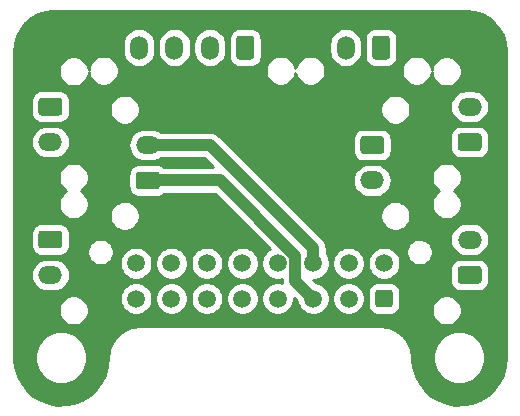
<source format=gbr>
%TF.GenerationSoftware,KiCad,Pcbnew,(5.1.10)-1*%
%TF.CreationDate,2021-09-03T22:45:51+03:00*%
%TF.ProjectId,toolhead_pcb,746f6f6c-6865-4616-945f-7063622e6b69,rev?*%
%TF.SameCoordinates,Original*%
%TF.FileFunction,Copper,L2,Bot*%
%TF.FilePolarity,Positive*%
%FSLAX46Y46*%
G04 Gerber Fmt 4.6, Leading zero omitted, Abs format (unit mm)*
G04 Created by KiCad (PCBNEW (5.1.10)-1) date 2021-09-03 22:45:51*
%MOMM*%
%LPD*%
G01*
G04 APERTURE LIST*
%TA.AperFunction,ComponentPad*%
%ADD10O,2.020000X1.500000*%
%TD*%
%TA.AperFunction,ComponentPad*%
%ADD11O,1.500000X2.020000*%
%TD*%
%TA.AperFunction,ComponentPad*%
%ADD12C,1.500000*%
%TD*%
%TA.AperFunction,Conductor*%
%ADD13C,1.000000*%
%TD*%
%TA.AperFunction,NonConductor*%
%ADD14C,0.254000*%
%TD*%
%TA.AperFunction,NonConductor*%
%ADD15C,0.100000*%
%TD*%
G04 APERTURE END LIST*
D10*
%TO.P,J6,2*%
%TO.N,COOLING_FAN+*%
X134000000Y-107500000D03*
%TO.P,J6,1*%
%TO.N,COOLING_FAN-*%
%TA.AperFunction,ComponentPad*%
G36*
G01*
X133240000Y-103750000D02*
X134760000Y-103750000D01*
G75*
G02*
X135010000Y-104000000I0J-250000D01*
G01*
X135010000Y-105000000D01*
G75*
G02*
X134760000Y-105250000I-250000J0D01*
G01*
X133240000Y-105250000D01*
G75*
G02*
X132990000Y-105000000I0J250000D01*
G01*
X132990000Y-104000000D01*
G75*
G02*
X133240000Y-103750000I250000J0D01*
G01*
G37*
%TD.AperFunction*%
%TD*%
%TO.P,J3,1*%
%TO.N,COOLING_FAN-*%
%TA.AperFunction,ComponentPad*%
G36*
G01*
X115760000Y-108250000D02*
X114240000Y-108250000D01*
G75*
G02*
X113990000Y-108000000I0J250000D01*
G01*
X113990000Y-107000000D01*
G75*
G02*
X114240000Y-106750000I250000J0D01*
G01*
X115760000Y-106750000D01*
G75*
G02*
X116010000Y-107000000I0J-250000D01*
G01*
X116010000Y-108000000D01*
G75*
G02*
X115760000Y-108250000I-250000J0D01*
G01*
G37*
%TD.AperFunction*%
%TO.P,J3,2*%
%TO.N,COOLING_FAN+*%
X115000000Y-104500000D03*
%TD*%
D11*
%TO.P,J4,2*%
%TO.N,HOTEND_FAN+*%
X131750000Y-96250000D03*
%TO.P,J4,1*%
%TO.N,HOTEND_FAN-*%
%TA.AperFunction,ComponentPad*%
G36*
G01*
X135500000Y-95490000D02*
X135500000Y-97010000D01*
G75*
G02*
X135250000Y-97260000I-250000J0D01*
G01*
X134250000Y-97260000D01*
G75*
G02*
X134000000Y-97010000I0J250000D01*
G01*
X134000000Y-95490000D01*
G75*
G02*
X134250000Y-95240000I250000J0D01*
G01*
X135250000Y-95240000D01*
G75*
G02*
X135500000Y-95490000I0J-250000D01*
G01*
G37*
%TD.AperFunction*%
%TD*%
D10*
%TO.P,J7,2*%
%TO.N,HOTEND_THERMISTOR-*%
X106750000Y-104250000D03*
%TO.P,J7,1*%
%TO.N,HOTEND_THERMISTOR+*%
%TA.AperFunction,ComponentPad*%
G36*
G01*
X105990000Y-100500000D02*
X107510000Y-100500000D01*
G75*
G02*
X107760000Y-100750000I0J-250000D01*
G01*
X107760000Y-101750000D01*
G75*
G02*
X107510000Y-102000000I-250000J0D01*
G01*
X105990000Y-102000000D01*
G75*
G02*
X105740000Y-101750000I0J250000D01*
G01*
X105740000Y-100750000D01*
G75*
G02*
X105990000Y-100500000I250000J0D01*
G01*
G37*
%TD.AperFunction*%
%TD*%
%TO.P,J8,2*%
%TO.N,HOTEND_HEATER-*%
X106750000Y-115500000D03*
%TO.P,J8,1*%
%TO.N,HOTEND_HEATER+*%
%TA.AperFunction,ComponentPad*%
G36*
G01*
X105990000Y-111750000D02*
X107510000Y-111750000D01*
G75*
G02*
X107760000Y-112000000I0J-250000D01*
G01*
X107760000Y-113000000D01*
G75*
G02*
X107510000Y-113250000I-250000J0D01*
G01*
X105990000Y-113250000D01*
G75*
G02*
X105740000Y-113000000I0J250000D01*
G01*
X105740000Y-112000000D01*
G75*
G02*
X105990000Y-111750000I250000J0D01*
G01*
G37*
%TD.AperFunction*%
%TD*%
D11*
%TO.P,J9,4*%
%TO.N,STEPPER_B2*%
X114250000Y-96250000D03*
%TO.P,J9,3*%
%TO.N,STEPPER_B1*%
X117250000Y-96250000D03*
%TO.P,J9,2*%
%TO.N,STEPPER_A1*%
X120250000Y-96250000D03*
%TO.P,J9,1*%
%TO.N,STEPPER_A2*%
%TA.AperFunction,ComponentPad*%
G36*
G01*
X124000000Y-95490000D02*
X124000000Y-97010000D01*
G75*
G02*
X123750000Y-97260000I-250000J0D01*
G01*
X122750000Y-97260000D01*
G75*
G02*
X122500000Y-97010000I0J250000D01*
G01*
X122500000Y-95490000D01*
G75*
G02*
X122750000Y-95240000I250000J0D01*
G01*
X123750000Y-95240000D01*
G75*
G02*
X124000000Y-95490000I0J-250000D01*
G01*
G37*
%TD.AperFunction*%
%TD*%
D10*
%TO.P,J1,2*%
%TO.N,MAGPROBE+*%
X142250000Y-112500000D03*
%TO.P,J1,1*%
%TO.N,MAGPROBE-*%
%TA.AperFunction,ComponentPad*%
G36*
G01*
X143010000Y-116250000D02*
X141490000Y-116250000D01*
G75*
G02*
X141240000Y-116000000I0J250000D01*
G01*
X141240000Y-115000000D01*
G75*
G02*
X141490000Y-114750000I250000J0D01*
G01*
X143010000Y-114750000D01*
G75*
G02*
X143260000Y-115000000I0J-250000D01*
G01*
X143260000Y-116000000D01*
G75*
G02*
X143010000Y-116250000I-250000J0D01*
G01*
G37*
%TD.AperFunction*%
%TD*%
%TO.P,J2,2*%
%TO.N,X_ENDSTOP+*%
X142250000Y-101250000D03*
%TO.P,J2,1*%
%TO.N,X_ENDSTOP-*%
%TA.AperFunction,ComponentPad*%
G36*
G01*
X143010000Y-105000000D02*
X141490000Y-105000000D01*
G75*
G02*
X141240000Y-104750000I0J250000D01*
G01*
X141240000Y-103750000D01*
G75*
G02*
X141490000Y-103500000I250000J0D01*
G01*
X143010000Y-103500000D01*
G75*
G02*
X143260000Y-103750000I0J-250000D01*
G01*
X143260000Y-104750000D01*
G75*
G02*
X143010000Y-105000000I-250000J0D01*
G01*
G37*
%TD.AperFunction*%
%TD*%
D12*
%TO.P,J5,16*%
%TO.N,HOTEND_HEATER+*%
X114000000Y-114500000D03*
%TO.P,J5,15*%
%TO.N,HOTEND_THERMISTOR+*%
X117000000Y-114500000D03*
%TO.P,J5,14*%
%TO.N,STEPPER_B1*%
X120000000Y-114500000D03*
%TO.P,J5,13*%
%TO.N,STEPPER_A2*%
X123000000Y-114500000D03*
%TO.P,J5,12*%
%TO.N,HOTEND_FAN+*%
X126000000Y-114500000D03*
%TO.P,J5,11*%
%TO.N,COOLING_FAN+*%
X129000000Y-114500000D03*
%TO.P,J5,10*%
%TO.N,X_ENDSTOP+*%
X132000000Y-114500000D03*
%TO.P,J5,9*%
%TO.N,MAGPROBE+*%
X135000000Y-114500000D03*
%TO.P,J5,8*%
%TO.N,HOTEND_HEATER-*%
X114000000Y-117500000D03*
%TO.P,J5,7*%
%TO.N,HOTEND_THERMISTOR-*%
X117000000Y-117500000D03*
%TO.P,J5,6*%
%TO.N,STEPPER_B2*%
X120000000Y-117500000D03*
%TO.P,J5,5*%
%TO.N,STEPPER_A1*%
X123000000Y-117500000D03*
%TO.P,J5,4*%
%TO.N,HOTEND_FAN-*%
X126000000Y-117500000D03*
%TO.P,J5,3*%
%TO.N,COOLING_FAN-*%
X129000000Y-117500000D03*
%TO.P,J5,2*%
%TO.N,X_ENDSTOP-*%
X132000000Y-117500000D03*
%TO.P,J5,1*%
%TO.N,MAGPROBE-*%
%TA.AperFunction,ComponentPad*%
G36*
G01*
X135750000Y-117000000D02*
X135750000Y-118000000D01*
G75*
G02*
X135500000Y-118250000I-250000J0D01*
G01*
X134500000Y-118250000D01*
G75*
G02*
X134250000Y-118000000I0J250000D01*
G01*
X134250000Y-117000000D01*
G75*
G02*
X134500000Y-116750000I250000J0D01*
G01*
X135500000Y-116750000D01*
G75*
G02*
X135750000Y-117000000I0J-250000D01*
G01*
G37*
%TD.AperFunction*%
%TD*%
D13*
%TO.N,COOLING_FAN-*%
X129000000Y-117500000D02*
X127500000Y-116000000D01*
X121146002Y-107500000D02*
X115000000Y-107500000D01*
X127500000Y-113853998D02*
X121146002Y-107500000D01*
X127500000Y-116000000D02*
X127500000Y-113853998D01*
%TO.N,COOLING_FAN+*%
X129000000Y-114500000D02*
X129000000Y-113250000D01*
X120250000Y-104500000D02*
X115000000Y-104500000D01*
X129000000Y-113250000D02*
X120250000Y-104500000D01*
%TD*%
D14*
X142648126Y-93226714D02*
X143271572Y-93414943D01*
X143846579Y-93720681D01*
X144351247Y-94132279D01*
X144766362Y-94634067D01*
X145076105Y-95206924D01*
X145268682Y-95829039D01*
X145340001Y-96507594D01*
X145340000Y-120532418D01*
X145340001Y-120532428D01*
X145340000Y-122469743D01*
X145270453Y-123226610D01*
X145072390Y-123928892D01*
X144749664Y-124583316D01*
X144313082Y-125167969D01*
X143777265Y-125663275D01*
X143160158Y-126052639D01*
X142482431Y-126323025D01*
X141766776Y-126465378D01*
X141037169Y-126474929D01*
X140318029Y-126351358D01*
X139633460Y-126098807D01*
X139006373Y-125725729D01*
X138457771Y-125244619D01*
X138006036Y-124671596D01*
X137666288Y-124025840D01*
X137449911Y-123328990D01*
X137361083Y-122578495D01*
X137359985Y-122494581D01*
X137359947Y-122483721D01*
X137357034Y-122455046D01*
X137357235Y-122426219D01*
X137356335Y-122417047D01*
X137341918Y-122279872D01*
X139115000Y-122279872D01*
X139115000Y-122720128D01*
X139200890Y-123151925D01*
X139369369Y-123558669D01*
X139613962Y-123924729D01*
X139925271Y-124236038D01*
X140291331Y-124480631D01*
X140698075Y-124649110D01*
X141129872Y-124735000D01*
X141570128Y-124735000D01*
X142001925Y-124649110D01*
X142408669Y-124480631D01*
X142774729Y-124236038D01*
X143086038Y-123924729D01*
X143330631Y-123558669D01*
X143499110Y-123151925D01*
X143585000Y-122720128D01*
X143585000Y-122279872D01*
X143499110Y-121848075D01*
X143330631Y-121441331D01*
X143086038Y-121075271D01*
X142774729Y-120763962D01*
X142408669Y-120519369D01*
X142001925Y-120350890D01*
X141570128Y-120265000D01*
X141129872Y-120265000D01*
X140698075Y-120350890D01*
X140291331Y-120519369D01*
X139925271Y-120763962D01*
X139613962Y-121075271D01*
X139369369Y-121441331D01*
X139200890Y-121848075D01*
X139115000Y-122279872D01*
X137341918Y-122279872D01*
X137315534Y-122028855D01*
X137303514Y-121970299D01*
X137292298Y-121911498D01*
X137289634Y-121902677D01*
X137174210Y-121529802D01*
X137151025Y-121474647D01*
X137128621Y-121419194D01*
X137124294Y-121411058D01*
X137124294Y-121411057D01*
X137124291Y-121411053D01*
X136938643Y-121067702D01*
X136905187Y-121018101D01*
X136872437Y-120968054D01*
X136866613Y-120960913D01*
X136617806Y-120660158D01*
X136575371Y-120618019D01*
X136533508Y-120575269D01*
X136526407Y-120569396D01*
X136223923Y-120322695D01*
X136174107Y-120289598D01*
X136124741Y-120255795D01*
X136116635Y-120251413D01*
X135771993Y-120068163D01*
X135716687Y-120045368D01*
X135661704Y-120021802D01*
X135652901Y-120019077D01*
X135279230Y-119906259D01*
X135220542Y-119894639D01*
X135162039Y-119882203D01*
X135152874Y-119881240D01*
X134764405Y-119843150D01*
X134764402Y-119843150D01*
X134732419Y-119840000D01*
X114267581Y-119840000D01*
X114238627Y-119842852D01*
X114226219Y-119842765D01*
X114217047Y-119843665D01*
X113828855Y-119884466D01*
X113770299Y-119896486D01*
X113711498Y-119907702D01*
X113702677Y-119910366D01*
X113329802Y-120025790D01*
X113274647Y-120048975D01*
X113219194Y-120071379D01*
X113211062Y-120075704D01*
X113211057Y-120075706D01*
X113211053Y-120075709D01*
X112867702Y-120261357D01*
X112818101Y-120294813D01*
X112768054Y-120327563D01*
X112760913Y-120333387D01*
X112460158Y-120582194D01*
X112418019Y-120624629D01*
X112375269Y-120666492D01*
X112369396Y-120673593D01*
X112122695Y-120976077D01*
X112089598Y-121025893D01*
X112055795Y-121075259D01*
X112051413Y-121083365D01*
X111868163Y-121428007D01*
X111845368Y-121483313D01*
X111821802Y-121538296D01*
X111819077Y-121547099D01*
X111706259Y-121920770D01*
X111694639Y-121979458D01*
X111682203Y-122037961D01*
X111681240Y-122047126D01*
X111643150Y-122435595D01*
X111643150Y-122435984D01*
X111642769Y-122439609D01*
X111570453Y-123226610D01*
X111372390Y-123928892D01*
X111049664Y-124583316D01*
X110613082Y-125167969D01*
X110077265Y-125663275D01*
X109460158Y-126052639D01*
X108782431Y-126323025D01*
X108066776Y-126465378D01*
X107337169Y-126474929D01*
X106618029Y-126351358D01*
X105933460Y-126098807D01*
X105306373Y-125725729D01*
X104757771Y-125244619D01*
X104306036Y-124671596D01*
X103966288Y-124025840D01*
X103749911Y-123328990D01*
X103661083Y-122578495D01*
X103660000Y-122495718D01*
X103660000Y-122279872D01*
X105415000Y-122279872D01*
X105415000Y-122720128D01*
X105500890Y-123151925D01*
X105669369Y-123558669D01*
X105913962Y-123924729D01*
X106225271Y-124236038D01*
X106591331Y-124480631D01*
X106998075Y-124649110D01*
X107429872Y-124735000D01*
X107870128Y-124735000D01*
X108301925Y-124649110D01*
X108708669Y-124480631D01*
X109074729Y-124236038D01*
X109386038Y-123924729D01*
X109630631Y-123558669D01*
X109799110Y-123151925D01*
X109885000Y-122720128D01*
X109885000Y-122279872D01*
X109799110Y-121848075D01*
X109630631Y-121441331D01*
X109386038Y-121075271D01*
X109074729Y-120763962D01*
X108708669Y-120519369D01*
X108301925Y-120350890D01*
X107870128Y-120265000D01*
X107429872Y-120265000D01*
X106998075Y-120350890D01*
X106591331Y-120519369D01*
X106225271Y-120763962D01*
X105913962Y-121075271D01*
X105669369Y-121441331D01*
X105500890Y-121848075D01*
X105415000Y-122279872D01*
X103660000Y-122279872D01*
X103660000Y-118374916D01*
X107440000Y-118374916D01*
X107440000Y-118625084D01*
X107488805Y-118870445D01*
X107584541Y-119101571D01*
X107723527Y-119309578D01*
X107900422Y-119486473D01*
X108108429Y-119625459D01*
X108339555Y-119721195D01*
X108584916Y-119770000D01*
X108835084Y-119770000D01*
X109080445Y-119721195D01*
X109311571Y-119625459D01*
X109519578Y-119486473D01*
X109696473Y-119309578D01*
X109835459Y-119101571D01*
X109931195Y-118870445D01*
X109980000Y-118625084D01*
X109980000Y-118374916D01*
X109931195Y-118129555D01*
X109835459Y-117898429D01*
X109696473Y-117690422D01*
X109519578Y-117513527D01*
X109311571Y-117374541D01*
X109285131Y-117363589D01*
X112615000Y-117363589D01*
X112615000Y-117636411D01*
X112668225Y-117903989D01*
X112772629Y-118156043D01*
X112924201Y-118382886D01*
X113117114Y-118575799D01*
X113343957Y-118727371D01*
X113596011Y-118831775D01*
X113863589Y-118885000D01*
X114136411Y-118885000D01*
X114403989Y-118831775D01*
X114656043Y-118727371D01*
X114882886Y-118575799D01*
X115075799Y-118382886D01*
X115227371Y-118156043D01*
X115331775Y-117903989D01*
X115385000Y-117636411D01*
X115385000Y-117363589D01*
X115615000Y-117363589D01*
X115615000Y-117636411D01*
X115668225Y-117903989D01*
X115772629Y-118156043D01*
X115924201Y-118382886D01*
X116117114Y-118575799D01*
X116343957Y-118727371D01*
X116596011Y-118831775D01*
X116863589Y-118885000D01*
X117136411Y-118885000D01*
X117403989Y-118831775D01*
X117656043Y-118727371D01*
X117882886Y-118575799D01*
X118075799Y-118382886D01*
X118227371Y-118156043D01*
X118331775Y-117903989D01*
X118385000Y-117636411D01*
X118385000Y-117363589D01*
X118615000Y-117363589D01*
X118615000Y-117636411D01*
X118668225Y-117903989D01*
X118772629Y-118156043D01*
X118924201Y-118382886D01*
X119117114Y-118575799D01*
X119343957Y-118727371D01*
X119596011Y-118831775D01*
X119863589Y-118885000D01*
X120136411Y-118885000D01*
X120403989Y-118831775D01*
X120656043Y-118727371D01*
X120882886Y-118575799D01*
X121075799Y-118382886D01*
X121227371Y-118156043D01*
X121331775Y-117903989D01*
X121385000Y-117636411D01*
X121385000Y-117363589D01*
X121615000Y-117363589D01*
X121615000Y-117636411D01*
X121668225Y-117903989D01*
X121772629Y-118156043D01*
X121924201Y-118382886D01*
X122117114Y-118575799D01*
X122343957Y-118727371D01*
X122596011Y-118831775D01*
X122863589Y-118885000D01*
X123136411Y-118885000D01*
X123403989Y-118831775D01*
X123656043Y-118727371D01*
X123882886Y-118575799D01*
X124075799Y-118382886D01*
X124227371Y-118156043D01*
X124331775Y-117903989D01*
X124385000Y-117636411D01*
X124385000Y-117363589D01*
X124331775Y-117096011D01*
X124227371Y-116843957D01*
X124075799Y-116617114D01*
X123882886Y-116424201D01*
X123656043Y-116272629D01*
X123403989Y-116168225D01*
X123136411Y-116115000D01*
X122863589Y-116115000D01*
X122596011Y-116168225D01*
X122343957Y-116272629D01*
X122117114Y-116424201D01*
X121924201Y-116617114D01*
X121772629Y-116843957D01*
X121668225Y-117096011D01*
X121615000Y-117363589D01*
X121385000Y-117363589D01*
X121331775Y-117096011D01*
X121227371Y-116843957D01*
X121075799Y-116617114D01*
X120882886Y-116424201D01*
X120656043Y-116272629D01*
X120403989Y-116168225D01*
X120136411Y-116115000D01*
X119863589Y-116115000D01*
X119596011Y-116168225D01*
X119343957Y-116272629D01*
X119117114Y-116424201D01*
X118924201Y-116617114D01*
X118772629Y-116843957D01*
X118668225Y-117096011D01*
X118615000Y-117363589D01*
X118385000Y-117363589D01*
X118331775Y-117096011D01*
X118227371Y-116843957D01*
X118075799Y-116617114D01*
X117882886Y-116424201D01*
X117656043Y-116272629D01*
X117403989Y-116168225D01*
X117136411Y-116115000D01*
X116863589Y-116115000D01*
X116596011Y-116168225D01*
X116343957Y-116272629D01*
X116117114Y-116424201D01*
X115924201Y-116617114D01*
X115772629Y-116843957D01*
X115668225Y-117096011D01*
X115615000Y-117363589D01*
X115385000Y-117363589D01*
X115331775Y-117096011D01*
X115227371Y-116843957D01*
X115075799Y-116617114D01*
X114882886Y-116424201D01*
X114656043Y-116272629D01*
X114403989Y-116168225D01*
X114136411Y-116115000D01*
X113863589Y-116115000D01*
X113596011Y-116168225D01*
X113343957Y-116272629D01*
X113117114Y-116424201D01*
X112924201Y-116617114D01*
X112772629Y-116843957D01*
X112668225Y-117096011D01*
X112615000Y-117363589D01*
X109285131Y-117363589D01*
X109080445Y-117278805D01*
X108835084Y-117230000D01*
X108584916Y-117230000D01*
X108339555Y-117278805D01*
X108108429Y-117374541D01*
X107900422Y-117513527D01*
X107723527Y-117690422D01*
X107584541Y-117898429D01*
X107488805Y-118129555D01*
X107440000Y-118374916D01*
X103660000Y-118374916D01*
X103660000Y-115500000D01*
X105098299Y-115500000D01*
X105125040Y-115771507D01*
X105204236Y-116032581D01*
X105332843Y-116273188D01*
X105505919Y-116484081D01*
X105716812Y-116657157D01*
X105957419Y-116785764D01*
X106218493Y-116864960D01*
X106421963Y-116885000D01*
X107078037Y-116885000D01*
X107281507Y-116864960D01*
X107542581Y-116785764D01*
X107783188Y-116657157D01*
X107994081Y-116484081D01*
X108167157Y-116273188D01*
X108295764Y-116032581D01*
X108374960Y-115771507D01*
X108401701Y-115500000D01*
X108374960Y-115228493D01*
X108295764Y-114967419D01*
X108167157Y-114726812D01*
X107994081Y-114515919D01*
X107783188Y-114342843D01*
X107542581Y-114214236D01*
X107281507Y-114135040D01*
X107078037Y-114115000D01*
X106421963Y-114115000D01*
X106218493Y-114135040D01*
X105957419Y-114214236D01*
X105716812Y-114342843D01*
X105505919Y-114515919D01*
X105332843Y-114726812D01*
X105204236Y-114967419D01*
X105125040Y-115228493D01*
X105098299Y-115500000D01*
X103660000Y-115500000D01*
X103660000Y-112000000D01*
X105101928Y-112000000D01*
X105101928Y-113000000D01*
X105118992Y-113173254D01*
X105169528Y-113339850D01*
X105251595Y-113493386D01*
X105362038Y-113627962D01*
X105496614Y-113738405D01*
X105650150Y-113820472D01*
X105816746Y-113871008D01*
X105990000Y-113888072D01*
X107510000Y-113888072D01*
X107683254Y-113871008D01*
X107849850Y-113820472D01*
X108003386Y-113738405D01*
X108137962Y-113627962D01*
X108248405Y-113493386D01*
X108272551Y-113448212D01*
X109865000Y-113448212D01*
X109865000Y-113671788D01*
X109908617Y-113891067D01*
X109994176Y-114097624D01*
X110118388Y-114283520D01*
X110276480Y-114441612D01*
X110462376Y-114565824D01*
X110668933Y-114651383D01*
X110888212Y-114695000D01*
X111111788Y-114695000D01*
X111331067Y-114651383D01*
X111537624Y-114565824D01*
X111723520Y-114441612D01*
X111801543Y-114363589D01*
X112615000Y-114363589D01*
X112615000Y-114636411D01*
X112668225Y-114903989D01*
X112772629Y-115156043D01*
X112924201Y-115382886D01*
X113117114Y-115575799D01*
X113343957Y-115727371D01*
X113596011Y-115831775D01*
X113863589Y-115885000D01*
X114136411Y-115885000D01*
X114403989Y-115831775D01*
X114656043Y-115727371D01*
X114882886Y-115575799D01*
X115075799Y-115382886D01*
X115227371Y-115156043D01*
X115331775Y-114903989D01*
X115385000Y-114636411D01*
X115385000Y-114363589D01*
X115615000Y-114363589D01*
X115615000Y-114636411D01*
X115668225Y-114903989D01*
X115772629Y-115156043D01*
X115924201Y-115382886D01*
X116117114Y-115575799D01*
X116343957Y-115727371D01*
X116596011Y-115831775D01*
X116863589Y-115885000D01*
X117136411Y-115885000D01*
X117403989Y-115831775D01*
X117656043Y-115727371D01*
X117882886Y-115575799D01*
X118075799Y-115382886D01*
X118227371Y-115156043D01*
X118331775Y-114903989D01*
X118385000Y-114636411D01*
X118385000Y-114363589D01*
X118615000Y-114363589D01*
X118615000Y-114636411D01*
X118668225Y-114903989D01*
X118772629Y-115156043D01*
X118924201Y-115382886D01*
X119117114Y-115575799D01*
X119343957Y-115727371D01*
X119596011Y-115831775D01*
X119863589Y-115885000D01*
X120136411Y-115885000D01*
X120403989Y-115831775D01*
X120656043Y-115727371D01*
X120882886Y-115575799D01*
X121075799Y-115382886D01*
X121227371Y-115156043D01*
X121331775Y-114903989D01*
X121385000Y-114636411D01*
X121385000Y-114363589D01*
X121615000Y-114363589D01*
X121615000Y-114636411D01*
X121668225Y-114903989D01*
X121772629Y-115156043D01*
X121924201Y-115382886D01*
X122117114Y-115575799D01*
X122343957Y-115727371D01*
X122596011Y-115831775D01*
X122863589Y-115885000D01*
X123136411Y-115885000D01*
X123403989Y-115831775D01*
X123656043Y-115727371D01*
X123882886Y-115575799D01*
X124075799Y-115382886D01*
X124227371Y-115156043D01*
X124331775Y-114903989D01*
X124385000Y-114636411D01*
X124385000Y-114363589D01*
X124331775Y-114096011D01*
X124227371Y-113843957D01*
X124075799Y-113617114D01*
X123882886Y-113424201D01*
X123656043Y-113272629D01*
X123403989Y-113168225D01*
X123136411Y-113115000D01*
X122863589Y-113115000D01*
X122596011Y-113168225D01*
X122343957Y-113272629D01*
X122117114Y-113424201D01*
X121924201Y-113617114D01*
X121772629Y-113843957D01*
X121668225Y-114096011D01*
X121615000Y-114363589D01*
X121385000Y-114363589D01*
X121331775Y-114096011D01*
X121227371Y-113843957D01*
X121075799Y-113617114D01*
X120882886Y-113424201D01*
X120656043Y-113272629D01*
X120403989Y-113168225D01*
X120136411Y-113115000D01*
X119863589Y-113115000D01*
X119596011Y-113168225D01*
X119343957Y-113272629D01*
X119117114Y-113424201D01*
X118924201Y-113617114D01*
X118772629Y-113843957D01*
X118668225Y-114096011D01*
X118615000Y-114363589D01*
X118385000Y-114363589D01*
X118331775Y-114096011D01*
X118227371Y-113843957D01*
X118075799Y-113617114D01*
X117882886Y-113424201D01*
X117656043Y-113272629D01*
X117403989Y-113168225D01*
X117136411Y-113115000D01*
X116863589Y-113115000D01*
X116596011Y-113168225D01*
X116343957Y-113272629D01*
X116117114Y-113424201D01*
X115924201Y-113617114D01*
X115772629Y-113843957D01*
X115668225Y-114096011D01*
X115615000Y-114363589D01*
X115385000Y-114363589D01*
X115331775Y-114096011D01*
X115227371Y-113843957D01*
X115075799Y-113617114D01*
X114882886Y-113424201D01*
X114656043Y-113272629D01*
X114403989Y-113168225D01*
X114136411Y-113115000D01*
X113863589Y-113115000D01*
X113596011Y-113168225D01*
X113343957Y-113272629D01*
X113117114Y-113424201D01*
X112924201Y-113617114D01*
X112772629Y-113843957D01*
X112668225Y-114096011D01*
X112615000Y-114363589D01*
X111801543Y-114363589D01*
X111881612Y-114283520D01*
X112005824Y-114097624D01*
X112091383Y-113891067D01*
X112135000Y-113671788D01*
X112135000Y-113448212D01*
X112091383Y-113228933D01*
X112005824Y-113022376D01*
X111881612Y-112836480D01*
X111723520Y-112678388D01*
X111537624Y-112554176D01*
X111331067Y-112468617D01*
X111111788Y-112425000D01*
X110888212Y-112425000D01*
X110668933Y-112468617D01*
X110462376Y-112554176D01*
X110276480Y-112678388D01*
X110118388Y-112836480D01*
X109994176Y-113022376D01*
X109908617Y-113228933D01*
X109865000Y-113448212D01*
X108272551Y-113448212D01*
X108330472Y-113339850D01*
X108381008Y-113173254D01*
X108398072Y-113000000D01*
X108398072Y-112000000D01*
X108381008Y-111826746D01*
X108330472Y-111660150D01*
X108248405Y-111506614D01*
X108137962Y-111372038D01*
X108003386Y-111261595D01*
X107849850Y-111179528D01*
X107683254Y-111128992D01*
X107510000Y-111111928D01*
X105990000Y-111111928D01*
X105816746Y-111128992D01*
X105650150Y-111179528D01*
X105496614Y-111261595D01*
X105362038Y-111372038D01*
X105251595Y-111506614D01*
X105169528Y-111660150D01*
X105118992Y-111826746D01*
X105101928Y-112000000D01*
X103660000Y-112000000D01*
X103660000Y-107124916D01*
X107440000Y-107124916D01*
X107440000Y-107375084D01*
X107488805Y-107620445D01*
X107584541Y-107851571D01*
X107723527Y-108059578D01*
X107900422Y-108236473D01*
X108107742Y-108375000D01*
X107900422Y-108513527D01*
X107723527Y-108690422D01*
X107584541Y-108898429D01*
X107488805Y-109129555D01*
X107440000Y-109374916D01*
X107440000Y-109625084D01*
X107488805Y-109870445D01*
X107584541Y-110101571D01*
X107723527Y-110309578D01*
X107900422Y-110486473D01*
X108108429Y-110625459D01*
X108339555Y-110721195D01*
X108584916Y-110770000D01*
X108835084Y-110770000D01*
X109080445Y-110721195D01*
X109311571Y-110625459D01*
X109519578Y-110486473D01*
X109631135Y-110374916D01*
X111770000Y-110374916D01*
X111770000Y-110625084D01*
X111818805Y-110870445D01*
X111914541Y-111101571D01*
X112053527Y-111309578D01*
X112230422Y-111486473D01*
X112438429Y-111625459D01*
X112669555Y-111721195D01*
X112914916Y-111770000D01*
X113165084Y-111770000D01*
X113410445Y-111721195D01*
X113641571Y-111625459D01*
X113849578Y-111486473D01*
X114026473Y-111309578D01*
X114165459Y-111101571D01*
X114261195Y-110870445D01*
X114310000Y-110625084D01*
X114310000Y-110374916D01*
X114261195Y-110129555D01*
X114165459Y-109898429D01*
X114026473Y-109690422D01*
X113849578Y-109513527D01*
X113641571Y-109374541D01*
X113410445Y-109278805D01*
X113165084Y-109230000D01*
X112914916Y-109230000D01*
X112669555Y-109278805D01*
X112438429Y-109374541D01*
X112230422Y-109513527D01*
X112053527Y-109690422D01*
X111914541Y-109898429D01*
X111818805Y-110129555D01*
X111770000Y-110374916D01*
X109631135Y-110374916D01*
X109696473Y-110309578D01*
X109835459Y-110101571D01*
X109931195Y-109870445D01*
X109980000Y-109625084D01*
X109980000Y-109374916D01*
X109931195Y-109129555D01*
X109835459Y-108898429D01*
X109696473Y-108690422D01*
X109519578Y-108513527D01*
X109312258Y-108375000D01*
X109519578Y-108236473D01*
X109696473Y-108059578D01*
X109835459Y-107851571D01*
X109931195Y-107620445D01*
X109980000Y-107375084D01*
X109980000Y-107124916D01*
X109931195Y-106879555D01*
X109835459Y-106648429D01*
X109696473Y-106440422D01*
X109519578Y-106263527D01*
X109311571Y-106124541D01*
X109080445Y-106028805D01*
X108835084Y-105980000D01*
X108584916Y-105980000D01*
X108339555Y-106028805D01*
X108108429Y-106124541D01*
X107900422Y-106263527D01*
X107723527Y-106440422D01*
X107584541Y-106648429D01*
X107488805Y-106879555D01*
X107440000Y-107124916D01*
X103660000Y-107124916D01*
X103660000Y-104250000D01*
X105098299Y-104250000D01*
X105125040Y-104521507D01*
X105204236Y-104782581D01*
X105332843Y-105023188D01*
X105505919Y-105234081D01*
X105716812Y-105407157D01*
X105957419Y-105535764D01*
X106218493Y-105614960D01*
X106421963Y-105635000D01*
X107078037Y-105635000D01*
X107281507Y-105614960D01*
X107542581Y-105535764D01*
X107783188Y-105407157D01*
X107994081Y-105234081D01*
X108167157Y-105023188D01*
X108295764Y-104782581D01*
X108374960Y-104521507D01*
X108377078Y-104500000D01*
X113348299Y-104500000D01*
X113375040Y-104771507D01*
X113454236Y-105032581D01*
X113582843Y-105273188D01*
X113755919Y-105484081D01*
X113966812Y-105657157D01*
X114207419Y-105785764D01*
X114468493Y-105864960D01*
X114671963Y-105885000D01*
X115328037Y-105885000D01*
X115531507Y-105864960D01*
X115792581Y-105785764D01*
X116033188Y-105657157D01*
X116060186Y-105635000D01*
X119779869Y-105635000D01*
X120509869Y-106365000D01*
X116379386Y-106365000D01*
X116253386Y-106261595D01*
X116099850Y-106179528D01*
X115933254Y-106128992D01*
X115760000Y-106111928D01*
X114240000Y-106111928D01*
X114066746Y-106128992D01*
X113900150Y-106179528D01*
X113746614Y-106261595D01*
X113612038Y-106372038D01*
X113501595Y-106506614D01*
X113419528Y-106660150D01*
X113368992Y-106826746D01*
X113351928Y-107000000D01*
X113351928Y-108000000D01*
X113368992Y-108173254D01*
X113419528Y-108339850D01*
X113501595Y-108493386D01*
X113612038Y-108627962D01*
X113746614Y-108738405D01*
X113900150Y-108820472D01*
X114066746Y-108871008D01*
X114240000Y-108888072D01*
X115760000Y-108888072D01*
X115933254Y-108871008D01*
X116099850Y-108820472D01*
X116253386Y-108738405D01*
X116379386Y-108635000D01*
X120675871Y-108635000D01*
X125325699Y-113284829D01*
X125117114Y-113424201D01*
X124924201Y-113617114D01*
X124772629Y-113843957D01*
X124668225Y-114096011D01*
X124615000Y-114363589D01*
X124615000Y-114636411D01*
X124668225Y-114903989D01*
X124772629Y-115156043D01*
X124924201Y-115382886D01*
X125117114Y-115575799D01*
X125343957Y-115727371D01*
X125596011Y-115831775D01*
X125863589Y-115885000D01*
X126136411Y-115885000D01*
X126365000Y-115839530D01*
X126365000Y-115944248D01*
X126359509Y-116000000D01*
X126365000Y-116055751D01*
X126375520Y-116162562D01*
X126136411Y-116115000D01*
X125863589Y-116115000D01*
X125596011Y-116168225D01*
X125343957Y-116272629D01*
X125117114Y-116424201D01*
X124924201Y-116617114D01*
X124772629Y-116843957D01*
X124668225Y-117096011D01*
X124615000Y-117363589D01*
X124615000Y-117636411D01*
X124668225Y-117903989D01*
X124772629Y-118156043D01*
X124924201Y-118382886D01*
X125117114Y-118575799D01*
X125343957Y-118727371D01*
X125596011Y-118831775D01*
X125863589Y-118885000D01*
X126136411Y-118885000D01*
X126403989Y-118831775D01*
X126656043Y-118727371D01*
X126882886Y-118575799D01*
X127075799Y-118382886D01*
X127227371Y-118156043D01*
X127331775Y-117903989D01*
X127385000Y-117636411D01*
X127385000Y-117490131D01*
X127635788Y-117740920D01*
X127668225Y-117903989D01*
X127772629Y-118156043D01*
X127924201Y-118382886D01*
X128117114Y-118575799D01*
X128343957Y-118727371D01*
X128596011Y-118831775D01*
X128863589Y-118885000D01*
X129136411Y-118885000D01*
X129403989Y-118831775D01*
X129656043Y-118727371D01*
X129882886Y-118575799D01*
X130075799Y-118382886D01*
X130227371Y-118156043D01*
X130331775Y-117903989D01*
X130385000Y-117636411D01*
X130385000Y-117363589D01*
X130615000Y-117363589D01*
X130615000Y-117636411D01*
X130668225Y-117903989D01*
X130772629Y-118156043D01*
X130924201Y-118382886D01*
X131117114Y-118575799D01*
X131343957Y-118727371D01*
X131596011Y-118831775D01*
X131863589Y-118885000D01*
X132136411Y-118885000D01*
X132403989Y-118831775D01*
X132656043Y-118727371D01*
X132882886Y-118575799D01*
X133075799Y-118382886D01*
X133227371Y-118156043D01*
X133331775Y-117903989D01*
X133385000Y-117636411D01*
X133385000Y-117363589D01*
X133331775Y-117096011D01*
X133292007Y-117000000D01*
X133611928Y-117000000D01*
X133611928Y-118000000D01*
X133628992Y-118173254D01*
X133679528Y-118339850D01*
X133761595Y-118493386D01*
X133872038Y-118627962D01*
X134006614Y-118738405D01*
X134160150Y-118820472D01*
X134326746Y-118871008D01*
X134500000Y-118888072D01*
X135500000Y-118888072D01*
X135673254Y-118871008D01*
X135839850Y-118820472D01*
X135993386Y-118738405D01*
X136127962Y-118627962D01*
X136238405Y-118493386D01*
X136301728Y-118374916D01*
X139020000Y-118374916D01*
X139020000Y-118625084D01*
X139068805Y-118870445D01*
X139164541Y-119101571D01*
X139303527Y-119309578D01*
X139480422Y-119486473D01*
X139688429Y-119625459D01*
X139919555Y-119721195D01*
X140164916Y-119770000D01*
X140415084Y-119770000D01*
X140660445Y-119721195D01*
X140891571Y-119625459D01*
X141099578Y-119486473D01*
X141276473Y-119309578D01*
X141415459Y-119101571D01*
X141511195Y-118870445D01*
X141560000Y-118625084D01*
X141560000Y-118374916D01*
X141511195Y-118129555D01*
X141415459Y-117898429D01*
X141276473Y-117690422D01*
X141099578Y-117513527D01*
X140891571Y-117374541D01*
X140660445Y-117278805D01*
X140415084Y-117230000D01*
X140164916Y-117230000D01*
X139919555Y-117278805D01*
X139688429Y-117374541D01*
X139480422Y-117513527D01*
X139303527Y-117690422D01*
X139164541Y-117898429D01*
X139068805Y-118129555D01*
X139020000Y-118374916D01*
X136301728Y-118374916D01*
X136320472Y-118339850D01*
X136371008Y-118173254D01*
X136388072Y-118000000D01*
X136388072Y-117000000D01*
X136371008Y-116826746D01*
X136320472Y-116660150D01*
X136238405Y-116506614D01*
X136127962Y-116372038D01*
X135993386Y-116261595D01*
X135839850Y-116179528D01*
X135673254Y-116128992D01*
X135500000Y-116111928D01*
X134500000Y-116111928D01*
X134326746Y-116128992D01*
X134160150Y-116179528D01*
X134006614Y-116261595D01*
X133872038Y-116372038D01*
X133761595Y-116506614D01*
X133679528Y-116660150D01*
X133628992Y-116826746D01*
X133611928Y-117000000D01*
X133292007Y-117000000D01*
X133227371Y-116843957D01*
X133075799Y-116617114D01*
X132882886Y-116424201D01*
X132656043Y-116272629D01*
X132403989Y-116168225D01*
X132136411Y-116115000D01*
X131863589Y-116115000D01*
X131596011Y-116168225D01*
X131343957Y-116272629D01*
X131117114Y-116424201D01*
X130924201Y-116617114D01*
X130772629Y-116843957D01*
X130668225Y-117096011D01*
X130615000Y-117363589D01*
X130385000Y-117363589D01*
X130331775Y-117096011D01*
X130227371Y-116843957D01*
X130075799Y-116617114D01*
X129882886Y-116424201D01*
X129656043Y-116272629D01*
X129403989Y-116168225D01*
X129240920Y-116135788D01*
X128990131Y-115885000D01*
X129136411Y-115885000D01*
X129403989Y-115831775D01*
X129656043Y-115727371D01*
X129882886Y-115575799D01*
X130075799Y-115382886D01*
X130227371Y-115156043D01*
X130331775Y-114903989D01*
X130385000Y-114636411D01*
X130385000Y-114363589D01*
X130615000Y-114363589D01*
X130615000Y-114636411D01*
X130668225Y-114903989D01*
X130772629Y-115156043D01*
X130924201Y-115382886D01*
X131117114Y-115575799D01*
X131343957Y-115727371D01*
X131596011Y-115831775D01*
X131863589Y-115885000D01*
X132136411Y-115885000D01*
X132403989Y-115831775D01*
X132656043Y-115727371D01*
X132882886Y-115575799D01*
X133075799Y-115382886D01*
X133227371Y-115156043D01*
X133331775Y-114903989D01*
X133385000Y-114636411D01*
X133385000Y-114363589D01*
X133615000Y-114363589D01*
X133615000Y-114636411D01*
X133668225Y-114903989D01*
X133772629Y-115156043D01*
X133924201Y-115382886D01*
X134117114Y-115575799D01*
X134343957Y-115727371D01*
X134596011Y-115831775D01*
X134863589Y-115885000D01*
X135136411Y-115885000D01*
X135403989Y-115831775D01*
X135656043Y-115727371D01*
X135882886Y-115575799D01*
X136075799Y-115382886D01*
X136227371Y-115156043D01*
X136292006Y-115000000D01*
X140601928Y-115000000D01*
X140601928Y-116000000D01*
X140618992Y-116173254D01*
X140669528Y-116339850D01*
X140751595Y-116493386D01*
X140862038Y-116627962D01*
X140996614Y-116738405D01*
X141150150Y-116820472D01*
X141316746Y-116871008D01*
X141490000Y-116888072D01*
X143010000Y-116888072D01*
X143183254Y-116871008D01*
X143349850Y-116820472D01*
X143503386Y-116738405D01*
X143637962Y-116627962D01*
X143748405Y-116493386D01*
X143830472Y-116339850D01*
X143881008Y-116173254D01*
X143898072Y-116000000D01*
X143898072Y-115000000D01*
X143881008Y-114826746D01*
X143830472Y-114660150D01*
X143748405Y-114506614D01*
X143637962Y-114372038D01*
X143503386Y-114261595D01*
X143349850Y-114179528D01*
X143183254Y-114128992D01*
X143010000Y-114111928D01*
X141490000Y-114111928D01*
X141316746Y-114128992D01*
X141150150Y-114179528D01*
X140996614Y-114261595D01*
X140862038Y-114372038D01*
X140751595Y-114506614D01*
X140669528Y-114660150D01*
X140618992Y-114826746D01*
X140601928Y-115000000D01*
X136292006Y-115000000D01*
X136331775Y-114903989D01*
X136385000Y-114636411D01*
X136385000Y-114363589D01*
X136331775Y-114096011D01*
X136227371Y-113843957D01*
X136075799Y-113617114D01*
X135906897Y-113448212D01*
X136865000Y-113448212D01*
X136865000Y-113671788D01*
X136908617Y-113891067D01*
X136994176Y-114097624D01*
X137118388Y-114283520D01*
X137276480Y-114441612D01*
X137462376Y-114565824D01*
X137668933Y-114651383D01*
X137888212Y-114695000D01*
X138111788Y-114695000D01*
X138331067Y-114651383D01*
X138537624Y-114565824D01*
X138723520Y-114441612D01*
X138881612Y-114283520D01*
X139005824Y-114097624D01*
X139091383Y-113891067D01*
X139135000Y-113671788D01*
X139135000Y-113448212D01*
X139091383Y-113228933D01*
X139005824Y-113022376D01*
X138881612Y-112836480D01*
X138723520Y-112678388D01*
X138537624Y-112554176D01*
X138406833Y-112500000D01*
X140598299Y-112500000D01*
X140625040Y-112771507D01*
X140704236Y-113032581D01*
X140832843Y-113273188D01*
X141005919Y-113484081D01*
X141216812Y-113657157D01*
X141457419Y-113785764D01*
X141718493Y-113864960D01*
X141921963Y-113885000D01*
X142578037Y-113885000D01*
X142781507Y-113864960D01*
X143042581Y-113785764D01*
X143283188Y-113657157D01*
X143494081Y-113484081D01*
X143667157Y-113273188D01*
X143795764Y-113032581D01*
X143874960Y-112771507D01*
X143901701Y-112500000D01*
X143874960Y-112228493D01*
X143795764Y-111967419D01*
X143667157Y-111726812D01*
X143494081Y-111515919D01*
X143283188Y-111342843D01*
X143042581Y-111214236D01*
X142781507Y-111135040D01*
X142578037Y-111115000D01*
X141921963Y-111115000D01*
X141718493Y-111135040D01*
X141457419Y-111214236D01*
X141216812Y-111342843D01*
X141005919Y-111515919D01*
X140832843Y-111726812D01*
X140704236Y-111967419D01*
X140625040Y-112228493D01*
X140598299Y-112500000D01*
X138406833Y-112500000D01*
X138331067Y-112468617D01*
X138111788Y-112425000D01*
X137888212Y-112425000D01*
X137668933Y-112468617D01*
X137462376Y-112554176D01*
X137276480Y-112678388D01*
X137118388Y-112836480D01*
X136994176Y-113022376D01*
X136908617Y-113228933D01*
X136865000Y-113448212D01*
X135906897Y-113448212D01*
X135882886Y-113424201D01*
X135656043Y-113272629D01*
X135403989Y-113168225D01*
X135136411Y-113115000D01*
X134863589Y-113115000D01*
X134596011Y-113168225D01*
X134343957Y-113272629D01*
X134117114Y-113424201D01*
X133924201Y-113617114D01*
X133772629Y-113843957D01*
X133668225Y-114096011D01*
X133615000Y-114363589D01*
X133385000Y-114363589D01*
X133331775Y-114096011D01*
X133227371Y-113843957D01*
X133075799Y-113617114D01*
X132882886Y-113424201D01*
X132656043Y-113272629D01*
X132403989Y-113168225D01*
X132136411Y-113115000D01*
X131863589Y-113115000D01*
X131596011Y-113168225D01*
X131343957Y-113272629D01*
X131117114Y-113424201D01*
X130924201Y-113617114D01*
X130772629Y-113843957D01*
X130668225Y-114096011D01*
X130615000Y-114363589D01*
X130385000Y-114363589D01*
X130331775Y-114096011D01*
X130227371Y-113843957D01*
X130135000Y-113705714D01*
X130135000Y-113305752D01*
X130140491Y-113250000D01*
X130118577Y-113027501D01*
X130053676Y-112813553D01*
X129948284Y-112616377D01*
X129841989Y-112486856D01*
X129841987Y-112486854D01*
X129806449Y-112443551D01*
X129763146Y-112408013D01*
X127730049Y-110374916D01*
X134690000Y-110374916D01*
X134690000Y-110625084D01*
X134738805Y-110870445D01*
X134834541Y-111101571D01*
X134973527Y-111309578D01*
X135150422Y-111486473D01*
X135358429Y-111625459D01*
X135589555Y-111721195D01*
X135834916Y-111770000D01*
X136085084Y-111770000D01*
X136330445Y-111721195D01*
X136561571Y-111625459D01*
X136769578Y-111486473D01*
X136946473Y-111309578D01*
X137085459Y-111101571D01*
X137181195Y-110870445D01*
X137230000Y-110625084D01*
X137230000Y-110374916D01*
X137181195Y-110129555D01*
X137085459Y-109898429D01*
X136946473Y-109690422D01*
X136769578Y-109513527D01*
X136561571Y-109374541D01*
X136330445Y-109278805D01*
X136085084Y-109230000D01*
X135834916Y-109230000D01*
X135589555Y-109278805D01*
X135358429Y-109374541D01*
X135150422Y-109513527D01*
X134973527Y-109690422D01*
X134834541Y-109898429D01*
X134738805Y-110129555D01*
X134690000Y-110374916D01*
X127730049Y-110374916D01*
X124855132Y-107500000D01*
X132348299Y-107500000D01*
X132375040Y-107771507D01*
X132454236Y-108032581D01*
X132582843Y-108273188D01*
X132755919Y-108484081D01*
X132966812Y-108657157D01*
X133207419Y-108785764D01*
X133468493Y-108864960D01*
X133671963Y-108885000D01*
X134328037Y-108885000D01*
X134531507Y-108864960D01*
X134792581Y-108785764D01*
X135033188Y-108657157D01*
X135244081Y-108484081D01*
X135417157Y-108273188D01*
X135545764Y-108032581D01*
X135624960Y-107771507D01*
X135651701Y-107500000D01*
X135624960Y-107228493D01*
X135593541Y-107124916D01*
X139020000Y-107124916D01*
X139020000Y-107375084D01*
X139068805Y-107620445D01*
X139164541Y-107851571D01*
X139303527Y-108059578D01*
X139480422Y-108236473D01*
X139687742Y-108375000D01*
X139480422Y-108513527D01*
X139303527Y-108690422D01*
X139164541Y-108898429D01*
X139068805Y-109129555D01*
X139020000Y-109374916D01*
X139020000Y-109625084D01*
X139068805Y-109870445D01*
X139164541Y-110101571D01*
X139303527Y-110309578D01*
X139480422Y-110486473D01*
X139688429Y-110625459D01*
X139919555Y-110721195D01*
X140164916Y-110770000D01*
X140415084Y-110770000D01*
X140660445Y-110721195D01*
X140891571Y-110625459D01*
X141099578Y-110486473D01*
X141276473Y-110309578D01*
X141415459Y-110101571D01*
X141511195Y-109870445D01*
X141560000Y-109625084D01*
X141560000Y-109374916D01*
X141511195Y-109129555D01*
X141415459Y-108898429D01*
X141276473Y-108690422D01*
X141099578Y-108513527D01*
X140892258Y-108375000D01*
X141099578Y-108236473D01*
X141276473Y-108059578D01*
X141415459Y-107851571D01*
X141511195Y-107620445D01*
X141560000Y-107375084D01*
X141560000Y-107124916D01*
X141511195Y-106879555D01*
X141415459Y-106648429D01*
X141276473Y-106440422D01*
X141099578Y-106263527D01*
X140891571Y-106124541D01*
X140660445Y-106028805D01*
X140415084Y-105980000D01*
X140164916Y-105980000D01*
X139919555Y-106028805D01*
X139688429Y-106124541D01*
X139480422Y-106263527D01*
X139303527Y-106440422D01*
X139164541Y-106648429D01*
X139068805Y-106879555D01*
X139020000Y-107124916D01*
X135593541Y-107124916D01*
X135545764Y-106967419D01*
X135417157Y-106726812D01*
X135244081Y-106515919D01*
X135033188Y-106342843D01*
X134792581Y-106214236D01*
X134531507Y-106135040D01*
X134328037Y-106115000D01*
X133671963Y-106115000D01*
X133468493Y-106135040D01*
X133207419Y-106214236D01*
X132966812Y-106342843D01*
X132755919Y-106515919D01*
X132582843Y-106726812D01*
X132454236Y-106967419D01*
X132375040Y-107228493D01*
X132348299Y-107500000D01*
X124855132Y-107500000D01*
X121355132Y-104000000D01*
X132351928Y-104000000D01*
X132351928Y-105000000D01*
X132368992Y-105173254D01*
X132419528Y-105339850D01*
X132501595Y-105493386D01*
X132612038Y-105627962D01*
X132746614Y-105738405D01*
X132900150Y-105820472D01*
X133066746Y-105871008D01*
X133240000Y-105888072D01*
X134760000Y-105888072D01*
X134933254Y-105871008D01*
X135099850Y-105820472D01*
X135253386Y-105738405D01*
X135387962Y-105627962D01*
X135498405Y-105493386D01*
X135580472Y-105339850D01*
X135631008Y-105173254D01*
X135648072Y-105000000D01*
X135648072Y-104000000D01*
X135631008Y-103826746D01*
X135607728Y-103750000D01*
X140601928Y-103750000D01*
X140601928Y-104750000D01*
X140618992Y-104923254D01*
X140669528Y-105089850D01*
X140751595Y-105243386D01*
X140862038Y-105377962D01*
X140996614Y-105488405D01*
X141150150Y-105570472D01*
X141316746Y-105621008D01*
X141490000Y-105638072D01*
X143010000Y-105638072D01*
X143183254Y-105621008D01*
X143349850Y-105570472D01*
X143503386Y-105488405D01*
X143637962Y-105377962D01*
X143748405Y-105243386D01*
X143830472Y-105089850D01*
X143881008Y-104923254D01*
X143898072Y-104750000D01*
X143898072Y-103750000D01*
X143881008Y-103576746D01*
X143830472Y-103410150D01*
X143748405Y-103256614D01*
X143637962Y-103122038D01*
X143503386Y-103011595D01*
X143349850Y-102929528D01*
X143183254Y-102878992D01*
X143010000Y-102861928D01*
X141490000Y-102861928D01*
X141316746Y-102878992D01*
X141150150Y-102929528D01*
X140996614Y-103011595D01*
X140862038Y-103122038D01*
X140751595Y-103256614D01*
X140669528Y-103410150D01*
X140618992Y-103576746D01*
X140601928Y-103750000D01*
X135607728Y-103750000D01*
X135580472Y-103660150D01*
X135498405Y-103506614D01*
X135387962Y-103372038D01*
X135253386Y-103261595D01*
X135099850Y-103179528D01*
X134933254Y-103128992D01*
X134760000Y-103111928D01*
X133240000Y-103111928D01*
X133066746Y-103128992D01*
X132900150Y-103179528D01*
X132746614Y-103261595D01*
X132612038Y-103372038D01*
X132501595Y-103506614D01*
X132419528Y-103660150D01*
X132368992Y-103826746D01*
X132351928Y-104000000D01*
X121355132Y-104000000D01*
X121091996Y-103736865D01*
X121056449Y-103693551D01*
X120883623Y-103551716D01*
X120686447Y-103446324D01*
X120472499Y-103381423D01*
X120305752Y-103365000D01*
X120305751Y-103365000D01*
X120250000Y-103359509D01*
X120194249Y-103365000D01*
X116060186Y-103365000D01*
X116033188Y-103342843D01*
X115792581Y-103214236D01*
X115531507Y-103135040D01*
X115328037Y-103115000D01*
X114671963Y-103115000D01*
X114468493Y-103135040D01*
X114207419Y-103214236D01*
X113966812Y-103342843D01*
X113755919Y-103515919D01*
X113582843Y-103726812D01*
X113454236Y-103967419D01*
X113375040Y-104228493D01*
X113348299Y-104500000D01*
X108377078Y-104500000D01*
X108401701Y-104250000D01*
X108374960Y-103978493D01*
X108295764Y-103717419D01*
X108167157Y-103476812D01*
X107994081Y-103265919D01*
X107783188Y-103092843D01*
X107542581Y-102964236D01*
X107281507Y-102885040D01*
X107078037Y-102865000D01*
X106421963Y-102865000D01*
X106218493Y-102885040D01*
X105957419Y-102964236D01*
X105716812Y-103092843D01*
X105505919Y-103265919D01*
X105332843Y-103476812D01*
X105204236Y-103717419D01*
X105125040Y-103978493D01*
X105098299Y-104250000D01*
X103660000Y-104250000D01*
X103660000Y-100750000D01*
X105101928Y-100750000D01*
X105101928Y-101750000D01*
X105118992Y-101923254D01*
X105169528Y-102089850D01*
X105251595Y-102243386D01*
X105362038Y-102377962D01*
X105496614Y-102488405D01*
X105650150Y-102570472D01*
X105816746Y-102621008D01*
X105990000Y-102638072D01*
X107510000Y-102638072D01*
X107683254Y-102621008D01*
X107849850Y-102570472D01*
X108003386Y-102488405D01*
X108137962Y-102377962D01*
X108248405Y-102243386D01*
X108330472Y-102089850D01*
X108381008Y-101923254D01*
X108398072Y-101750000D01*
X108398072Y-101374916D01*
X111770000Y-101374916D01*
X111770000Y-101625084D01*
X111818805Y-101870445D01*
X111914541Y-102101571D01*
X112053527Y-102309578D01*
X112230422Y-102486473D01*
X112438429Y-102625459D01*
X112669555Y-102721195D01*
X112914916Y-102770000D01*
X113165084Y-102770000D01*
X113410445Y-102721195D01*
X113641571Y-102625459D01*
X113849578Y-102486473D01*
X114026473Y-102309578D01*
X114165459Y-102101571D01*
X114261195Y-101870445D01*
X114310000Y-101625084D01*
X114310000Y-101374916D01*
X134690000Y-101374916D01*
X134690000Y-101625084D01*
X134738805Y-101870445D01*
X134834541Y-102101571D01*
X134973527Y-102309578D01*
X135150422Y-102486473D01*
X135358429Y-102625459D01*
X135589555Y-102721195D01*
X135834916Y-102770000D01*
X136085084Y-102770000D01*
X136330445Y-102721195D01*
X136561571Y-102625459D01*
X136769578Y-102486473D01*
X136946473Y-102309578D01*
X137085459Y-102101571D01*
X137181195Y-101870445D01*
X137230000Y-101625084D01*
X137230000Y-101374916D01*
X137205153Y-101250000D01*
X140598299Y-101250000D01*
X140625040Y-101521507D01*
X140704236Y-101782581D01*
X140832843Y-102023188D01*
X141005919Y-102234081D01*
X141216812Y-102407157D01*
X141457419Y-102535764D01*
X141718493Y-102614960D01*
X141921963Y-102635000D01*
X142578037Y-102635000D01*
X142781507Y-102614960D01*
X143042581Y-102535764D01*
X143283188Y-102407157D01*
X143494081Y-102234081D01*
X143667157Y-102023188D01*
X143795764Y-101782581D01*
X143874960Y-101521507D01*
X143901701Y-101250000D01*
X143874960Y-100978493D01*
X143795764Y-100717419D01*
X143667157Y-100476812D01*
X143494081Y-100265919D01*
X143283188Y-100092843D01*
X143042581Y-99964236D01*
X142781507Y-99885040D01*
X142578037Y-99865000D01*
X141921963Y-99865000D01*
X141718493Y-99885040D01*
X141457419Y-99964236D01*
X141216812Y-100092843D01*
X141005919Y-100265919D01*
X140832843Y-100476812D01*
X140704236Y-100717419D01*
X140625040Y-100978493D01*
X140598299Y-101250000D01*
X137205153Y-101250000D01*
X137181195Y-101129555D01*
X137085459Y-100898429D01*
X136946473Y-100690422D01*
X136769578Y-100513527D01*
X136561571Y-100374541D01*
X136330445Y-100278805D01*
X136085084Y-100230000D01*
X135834916Y-100230000D01*
X135589555Y-100278805D01*
X135358429Y-100374541D01*
X135150422Y-100513527D01*
X134973527Y-100690422D01*
X134834541Y-100898429D01*
X134738805Y-101129555D01*
X134690000Y-101374916D01*
X114310000Y-101374916D01*
X114261195Y-101129555D01*
X114165459Y-100898429D01*
X114026473Y-100690422D01*
X113849578Y-100513527D01*
X113641571Y-100374541D01*
X113410445Y-100278805D01*
X113165084Y-100230000D01*
X112914916Y-100230000D01*
X112669555Y-100278805D01*
X112438429Y-100374541D01*
X112230422Y-100513527D01*
X112053527Y-100690422D01*
X111914541Y-100898429D01*
X111818805Y-101129555D01*
X111770000Y-101374916D01*
X108398072Y-101374916D01*
X108398072Y-100750000D01*
X108381008Y-100576746D01*
X108330472Y-100410150D01*
X108248405Y-100256614D01*
X108137962Y-100122038D01*
X108003386Y-100011595D01*
X107849850Y-99929528D01*
X107683254Y-99878992D01*
X107510000Y-99861928D01*
X105990000Y-99861928D01*
X105816746Y-99878992D01*
X105650150Y-99929528D01*
X105496614Y-100011595D01*
X105362038Y-100122038D01*
X105251595Y-100256614D01*
X105169528Y-100410150D01*
X105118992Y-100576746D01*
X105101928Y-100750000D01*
X103660000Y-100750000D01*
X103660000Y-98124916D01*
X107440000Y-98124916D01*
X107440000Y-98375084D01*
X107488805Y-98620445D01*
X107584541Y-98851571D01*
X107723527Y-99059578D01*
X107900422Y-99236473D01*
X108108429Y-99375459D01*
X108339555Y-99471195D01*
X108584916Y-99520000D01*
X108835084Y-99520000D01*
X109080445Y-99471195D01*
X109311571Y-99375459D01*
X109519578Y-99236473D01*
X109696473Y-99059578D01*
X109835459Y-98851571D01*
X109931195Y-98620445D01*
X109980000Y-98375084D01*
X109980000Y-98335084D01*
X110028805Y-98580445D01*
X110124541Y-98811571D01*
X110263527Y-99019578D01*
X110440422Y-99196473D01*
X110648429Y-99335459D01*
X110879555Y-99431195D01*
X111124916Y-99480000D01*
X111375084Y-99480000D01*
X111620445Y-99431195D01*
X111851571Y-99335459D01*
X112059578Y-99196473D01*
X112236473Y-99019578D01*
X112375459Y-98811571D01*
X112471195Y-98580445D01*
X112520000Y-98335084D01*
X112520000Y-98084916D01*
X124980000Y-98084916D01*
X124980000Y-98335084D01*
X125028805Y-98580445D01*
X125124541Y-98811571D01*
X125263527Y-99019578D01*
X125440422Y-99196473D01*
X125648429Y-99335459D01*
X125879555Y-99431195D01*
X126124916Y-99480000D01*
X126375084Y-99480000D01*
X126620445Y-99431195D01*
X126851571Y-99335459D01*
X127059578Y-99196473D01*
X127236473Y-99019578D01*
X127375459Y-98811571D01*
X127471195Y-98580445D01*
X127500000Y-98435631D01*
X127528805Y-98580445D01*
X127624541Y-98811571D01*
X127763527Y-99019578D01*
X127940422Y-99196473D01*
X128148429Y-99335459D01*
X128379555Y-99431195D01*
X128624916Y-99480000D01*
X128875084Y-99480000D01*
X129120445Y-99431195D01*
X129351571Y-99335459D01*
X129559578Y-99196473D01*
X129736473Y-99019578D01*
X129875459Y-98811571D01*
X129971195Y-98580445D01*
X130020000Y-98335084D01*
X130020000Y-98084916D01*
X136480000Y-98084916D01*
X136480000Y-98335084D01*
X136528805Y-98580445D01*
X136624541Y-98811571D01*
X136763527Y-99019578D01*
X136940422Y-99196473D01*
X137148429Y-99335459D01*
X137379555Y-99431195D01*
X137624916Y-99480000D01*
X137875084Y-99480000D01*
X138120445Y-99431195D01*
X138351571Y-99335459D01*
X138559578Y-99196473D01*
X138736473Y-99019578D01*
X138875459Y-98811571D01*
X138971195Y-98580445D01*
X139020000Y-98335084D01*
X139020000Y-98375084D01*
X139068805Y-98620445D01*
X139164541Y-98851571D01*
X139303527Y-99059578D01*
X139480422Y-99236473D01*
X139688429Y-99375459D01*
X139919555Y-99471195D01*
X140164916Y-99520000D01*
X140415084Y-99520000D01*
X140660445Y-99471195D01*
X140891571Y-99375459D01*
X141099578Y-99236473D01*
X141276473Y-99059578D01*
X141415459Y-98851571D01*
X141511195Y-98620445D01*
X141560000Y-98375084D01*
X141560000Y-98124916D01*
X141511195Y-97879555D01*
X141415459Y-97648429D01*
X141276473Y-97440422D01*
X141099578Y-97263527D01*
X140891571Y-97124541D01*
X140660445Y-97028805D01*
X140415084Y-96980000D01*
X140164916Y-96980000D01*
X139919555Y-97028805D01*
X139688429Y-97124541D01*
X139480422Y-97263527D01*
X139303527Y-97440422D01*
X139164541Y-97648429D01*
X139068805Y-97879555D01*
X139020000Y-98124916D01*
X139020000Y-98084916D01*
X138971195Y-97839555D01*
X138875459Y-97608429D01*
X138736473Y-97400422D01*
X138559578Y-97223527D01*
X138351571Y-97084541D01*
X138120445Y-96988805D01*
X137875084Y-96940000D01*
X137624916Y-96940000D01*
X137379555Y-96988805D01*
X137148429Y-97084541D01*
X136940422Y-97223527D01*
X136763527Y-97400422D01*
X136624541Y-97608429D01*
X136528805Y-97839555D01*
X136480000Y-98084916D01*
X130020000Y-98084916D01*
X129971195Y-97839555D01*
X129875459Y-97608429D01*
X129736473Y-97400422D01*
X129559578Y-97223527D01*
X129351571Y-97084541D01*
X129120445Y-96988805D01*
X128875084Y-96940000D01*
X128624916Y-96940000D01*
X128379555Y-96988805D01*
X128148429Y-97084541D01*
X127940422Y-97223527D01*
X127763527Y-97400422D01*
X127624541Y-97608429D01*
X127528805Y-97839555D01*
X127500000Y-97984369D01*
X127471195Y-97839555D01*
X127375459Y-97608429D01*
X127236473Y-97400422D01*
X127059578Y-97223527D01*
X126851571Y-97084541D01*
X126620445Y-96988805D01*
X126375084Y-96940000D01*
X126124916Y-96940000D01*
X125879555Y-96988805D01*
X125648429Y-97084541D01*
X125440422Y-97223527D01*
X125263527Y-97400422D01*
X125124541Y-97608429D01*
X125028805Y-97839555D01*
X124980000Y-98084916D01*
X112520000Y-98084916D01*
X112471195Y-97839555D01*
X112375459Y-97608429D01*
X112236473Y-97400422D01*
X112059578Y-97223527D01*
X111851571Y-97084541D01*
X111620445Y-96988805D01*
X111375084Y-96940000D01*
X111124916Y-96940000D01*
X110879555Y-96988805D01*
X110648429Y-97084541D01*
X110440422Y-97223527D01*
X110263527Y-97400422D01*
X110124541Y-97608429D01*
X110028805Y-97839555D01*
X109980000Y-98084916D01*
X109980000Y-98124916D01*
X109931195Y-97879555D01*
X109835459Y-97648429D01*
X109696473Y-97440422D01*
X109519578Y-97263527D01*
X109311571Y-97124541D01*
X109080445Y-97028805D01*
X108835084Y-96980000D01*
X108584916Y-96980000D01*
X108339555Y-97028805D01*
X108108429Y-97124541D01*
X107900422Y-97263527D01*
X107723527Y-97440422D01*
X107584541Y-97648429D01*
X107488805Y-97879555D01*
X107440000Y-98124916D01*
X103660000Y-98124916D01*
X103660000Y-96532278D01*
X103719841Y-95921963D01*
X112865000Y-95921963D01*
X112865000Y-96578036D01*
X112885040Y-96781506D01*
X112964236Y-97042580D01*
X113092843Y-97283187D01*
X113265919Y-97494080D01*
X113476812Y-97667157D01*
X113717419Y-97795764D01*
X113978493Y-97874960D01*
X114250000Y-97901701D01*
X114521506Y-97874960D01*
X114782580Y-97795764D01*
X115023187Y-97667157D01*
X115234080Y-97494081D01*
X115407157Y-97283188D01*
X115535764Y-97042581D01*
X115614960Y-96781507D01*
X115635000Y-96578037D01*
X115635000Y-95921963D01*
X115865000Y-95921963D01*
X115865000Y-96578036D01*
X115885040Y-96781506D01*
X115964236Y-97042580D01*
X116092843Y-97283187D01*
X116265919Y-97494080D01*
X116476812Y-97667157D01*
X116717419Y-97795764D01*
X116978493Y-97874960D01*
X117250000Y-97901701D01*
X117521506Y-97874960D01*
X117782580Y-97795764D01*
X118023187Y-97667157D01*
X118234080Y-97494081D01*
X118407157Y-97283188D01*
X118535764Y-97042581D01*
X118614960Y-96781507D01*
X118635000Y-96578037D01*
X118635000Y-95921963D01*
X118865000Y-95921963D01*
X118865000Y-96578036D01*
X118885040Y-96781506D01*
X118964236Y-97042580D01*
X119092843Y-97283187D01*
X119265919Y-97494080D01*
X119476812Y-97667157D01*
X119717419Y-97795764D01*
X119978493Y-97874960D01*
X120250000Y-97901701D01*
X120521506Y-97874960D01*
X120782580Y-97795764D01*
X121023187Y-97667157D01*
X121234080Y-97494081D01*
X121407157Y-97283188D01*
X121535764Y-97042581D01*
X121614960Y-96781507D01*
X121635000Y-96578037D01*
X121635000Y-95921964D01*
X121614960Y-95718494D01*
X121545648Y-95490000D01*
X121861928Y-95490000D01*
X121861928Y-97010000D01*
X121878992Y-97183254D01*
X121929528Y-97349850D01*
X122011595Y-97503386D01*
X122122038Y-97637962D01*
X122256614Y-97748405D01*
X122410150Y-97830472D01*
X122576746Y-97881008D01*
X122750000Y-97898072D01*
X123750000Y-97898072D01*
X123923254Y-97881008D01*
X124089850Y-97830472D01*
X124243386Y-97748405D01*
X124377962Y-97637962D01*
X124488405Y-97503386D01*
X124570472Y-97349850D01*
X124621008Y-97183254D01*
X124638072Y-97010000D01*
X124638072Y-95921963D01*
X130365000Y-95921963D01*
X130365000Y-96578036D01*
X130385040Y-96781506D01*
X130464236Y-97042580D01*
X130592843Y-97283187D01*
X130765919Y-97494080D01*
X130976812Y-97667157D01*
X131217419Y-97795764D01*
X131478493Y-97874960D01*
X131750000Y-97901701D01*
X132021506Y-97874960D01*
X132282580Y-97795764D01*
X132523187Y-97667157D01*
X132734080Y-97494081D01*
X132907157Y-97283188D01*
X133035764Y-97042581D01*
X133114960Y-96781507D01*
X133135000Y-96578037D01*
X133135000Y-95921964D01*
X133114960Y-95718494D01*
X133045648Y-95490000D01*
X133361928Y-95490000D01*
X133361928Y-97010000D01*
X133378992Y-97183254D01*
X133429528Y-97349850D01*
X133511595Y-97503386D01*
X133622038Y-97637962D01*
X133756614Y-97748405D01*
X133910150Y-97830472D01*
X134076746Y-97881008D01*
X134250000Y-97898072D01*
X135250000Y-97898072D01*
X135423254Y-97881008D01*
X135589850Y-97830472D01*
X135743386Y-97748405D01*
X135877962Y-97637962D01*
X135988405Y-97503386D01*
X136070472Y-97349850D01*
X136121008Y-97183254D01*
X136138072Y-97010000D01*
X136138072Y-95490000D01*
X136121008Y-95316746D01*
X136070472Y-95150150D01*
X135988405Y-94996614D01*
X135877962Y-94862038D01*
X135743386Y-94751595D01*
X135589850Y-94669528D01*
X135423254Y-94618992D01*
X135250000Y-94601928D01*
X134250000Y-94601928D01*
X134076746Y-94618992D01*
X133910150Y-94669528D01*
X133756614Y-94751595D01*
X133622038Y-94862038D01*
X133511595Y-94996614D01*
X133429528Y-95150150D01*
X133378992Y-95316746D01*
X133361928Y-95490000D01*
X133045648Y-95490000D01*
X133035764Y-95457419D01*
X132907157Y-95216812D01*
X132734081Y-95005919D01*
X132523188Y-94832843D01*
X132282581Y-94704236D01*
X132021507Y-94625040D01*
X131750000Y-94598299D01*
X131478494Y-94625040D01*
X131217420Y-94704236D01*
X130976813Y-94832843D01*
X130765920Y-95005919D01*
X130592843Y-95216812D01*
X130464236Y-95457419D01*
X130385040Y-95718493D01*
X130365000Y-95921963D01*
X124638072Y-95921963D01*
X124638072Y-95490000D01*
X124621008Y-95316746D01*
X124570472Y-95150150D01*
X124488405Y-94996614D01*
X124377962Y-94862038D01*
X124243386Y-94751595D01*
X124089850Y-94669528D01*
X123923254Y-94618992D01*
X123750000Y-94601928D01*
X122750000Y-94601928D01*
X122576746Y-94618992D01*
X122410150Y-94669528D01*
X122256614Y-94751595D01*
X122122038Y-94862038D01*
X122011595Y-94996614D01*
X121929528Y-95150150D01*
X121878992Y-95316746D01*
X121861928Y-95490000D01*
X121545648Y-95490000D01*
X121535764Y-95457419D01*
X121407157Y-95216812D01*
X121234081Y-95005919D01*
X121023188Y-94832843D01*
X120782581Y-94704236D01*
X120521507Y-94625040D01*
X120250000Y-94598299D01*
X119978494Y-94625040D01*
X119717420Y-94704236D01*
X119476813Y-94832843D01*
X119265920Y-95005919D01*
X119092843Y-95216812D01*
X118964236Y-95457419D01*
X118885040Y-95718493D01*
X118865000Y-95921963D01*
X118635000Y-95921963D01*
X118614960Y-95718494D01*
X118535764Y-95457419D01*
X118407157Y-95216812D01*
X118234081Y-95005919D01*
X118023188Y-94832843D01*
X117782581Y-94704236D01*
X117521507Y-94625040D01*
X117250000Y-94598299D01*
X116978494Y-94625040D01*
X116717420Y-94704236D01*
X116476813Y-94832843D01*
X116265920Y-95005919D01*
X116092843Y-95216812D01*
X115964236Y-95457419D01*
X115885040Y-95718493D01*
X115865000Y-95921963D01*
X115635000Y-95921963D01*
X115614960Y-95718494D01*
X115535764Y-95457419D01*
X115407157Y-95216812D01*
X115234081Y-95005919D01*
X115023188Y-94832843D01*
X114782581Y-94704236D01*
X114521507Y-94625040D01*
X114250000Y-94598299D01*
X113978494Y-94625040D01*
X113717420Y-94704236D01*
X113476813Y-94832843D01*
X113265920Y-95005919D01*
X113092843Y-95216812D01*
X112964236Y-95457419D01*
X112885040Y-95718493D01*
X112865000Y-95921963D01*
X103719841Y-95921963D01*
X103726714Y-95851874D01*
X103914943Y-95228428D01*
X104220681Y-94653421D01*
X104632279Y-94148753D01*
X105134067Y-93733638D01*
X105706924Y-93423895D01*
X106329039Y-93231318D01*
X107007584Y-93160000D01*
X141967722Y-93160000D01*
X142648126Y-93226714D01*
%TA.AperFunction,NonConductor*%
D15*
G36*
X142648126Y-93226714D02*
G01*
X143271572Y-93414943D01*
X143846579Y-93720681D01*
X144351247Y-94132279D01*
X144766362Y-94634067D01*
X145076105Y-95206924D01*
X145268682Y-95829039D01*
X145340001Y-96507594D01*
X145340000Y-120532418D01*
X145340001Y-120532428D01*
X145340000Y-122469743D01*
X145270453Y-123226610D01*
X145072390Y-123928892D01*
X144749664Y-124583316D01*
X144313082Y-125167969D01*
X143777265Y-125663275D01*
X143160158Y-126052639D01*
X142482431Y-126323025D01*
X141766776Y-126465378D01*
X141037169Y-126474929D01*
X140318029Y-126351358D01*
X139633460Y-126098807D01*
X139006373Y-125725729D01*
X138457771Y-125244619D01*
X138006036Y-124671596D01*
X137666288Y-124025840D01*
X137449911Y-123328990D01*
X137361083Y-122578495D01*
X137359985Y-122494581D01*
X137359947Y-122483721D01*
X137357034Y-122455046D01*
X137357235Y-122426219D01*
X137356335Y-122417047D01*
X137341918Y-122279872D01*
X139115000Y-122279872D01*
X139115000Y-122720128D01*
X139200890Y-123151925D01*
X139369369Y-123558669D01*
X139613962Y-123924729D01*
X139925271Y-124236038D01*
X140291331Y-124480631D01*
X140698075Y-124649110D01*
X141129872Y-124735000D01*
X141570128Y-124735000D01*
X142001925Y-124649110D01*
X142408669Y-124480631D01*
X142774729Y-124236038D01*
X143086038Y-123924729D01*
X143330631Y-123558669D01*
X143499110Y-123151925D01*
X143585000Y-122720128D01*
X143585000Y-122279872D01*
X143499110Y-121848075D01*
X143330631Y-121441331D01*
X143086038Y-121075271D01*
X142774729Y-120763962D01*
X142408669Y-120519369D01*
X142001925Y-120350890D01*
X141570128Y-120265000D01*
X141129872Y-120265000D01*
X140698075Y-120350890D01*
X140291331Y-120519369D01*
X139925271Y-120763962D01*
X139613962Y-121075271D01*
X139369369Y-121441331D01*
X139200890Y-121848075D01*
X139115000Y-122279872D01*
X137341918Y-122279872D01*
X137315534Y-122028855D01*
X137303514Y-121970299D01*
X137292298Y-121911498D01*
X137289634Y-121902677D01*
X137174210Y-121529802D01*
X137151025Y-121474647D01*
X137128621Y-121419194D01*
X137124294Y-121411058D01*
X137124294Y-121411057D01*
X137124291Y-121411053D01*
X136938643Y-121067702D01*
X136905187Y-121018101D01*
X136872437Y-120968054D01*
X136866613Y-120960913D01*
X136617806Y-120660158D01*
X136575371Y-120618019D01*
X136533508Y-120575269D01*
X136526407Y-120569396D01*
X136223923Y-120322695D01*
X136174107Y-120289598D01*
X136124741Y-120255795D01*
X136116635Y-120251413D01*
X135771993Y-120068163D01*
X135716687Y-120045368D01*
X135661704Y-120021802D01*
X135652901Y-120019077D01*
X135279230Y-119906259D01*
X135220542Y-119894639D01*
X135162039Y-119882203D01*
X135152874Y-119881240D01*
X134764405Y-119843150D01*
X134764402Y-119843150D01*
X134732419Y-119840000D01*
X114267581Y-119840000D01*
X114238627Y-119842852D01*
X114226219Y-119842765D01*
X114217047Y-119843665D01*
X113828855Y-119884466D01*
X113770299Y-119896486D01*
X113711498Y-119907702D01*
X113702677Y-119910366D01*
X113329802Y-120025790D01*
X113274647Y-120048975D01*
X113219194Y-120071379D01*
X113211062Y-120075704D01*
X113211057Y-120075706D01*
X113211053Y-120075709D01*
X112867702Y-120261357D01*
X112818101Y-120294813D01*
X112768054Y-120327563D01*
X112760913Y-120333387D01*
X112460158Y-120582194D01*
X112418019Y-120624629D01*
X112375269Y-120666492D01*
X112369396Y-120673593D01*
X112122695Y-120976077D01*
X112089598Y-121025893D01*
X112055795Y-121075259D01*
X112051413Y-121083365D01*
X111868163Y-121428007D01*
X111845368Y-121483313D01*
X111821802Y-121538296D01*
X111819077Y-121547099D01*
X111706259Y-121920770D01*
X111694639Y-121979458D01*
X111682203Y-122037961D01*
X111681240Y-122047126D01*
X111643150Y-122435595D01*
X111643150Y-122435984D01*
X111642769Y-122439609D01*
X111570453Y-123226610D01*
X111372390Y-123928892D01*
X111049664Y-124583316D01*
X110613082Y-125167969D01*
X110077265Y-125663275D01*
X109460158Y-126052639D01*
X108782431Y-126323025D01*
X108066776Y-126465378D01*
X107337169Y-126474929D01*
X106618029Y-126351358D01*
X105933460Y-126098807D01*
X105306373Y-125725729D01*
X104757771Y-125244619D01*
X104306036Y-124671596D01*
X103966288Y-124025840D01*
X103749911Y-123328990D01*
X103661083Y-122578495D01*
X103660000Y-122495718D01*
X103660000Y-122279872D01*
X105415000Y-122279872D01*
X105415000Y-122720128D01*
X105500890Y-123151925D01*
X105669369Y-123558669D01*
X105913962Y-123924729D01*
X106225271Y-124236038D01*
X106591331Y-124480631D01*
X106998075Y-124649110D01*
X107429872Y-124735000D01*
X107870128Y-124735000D01*
X108301925Y-124649110D01*
X108708669Y-124480631D01*
X109074729Y-124236038D01*
X109386038Y-123924729D01*
X109630631Y-123558669D01*
X109799110Y-123151925D01*
X109885000Y-122720128D01*
X109885000Y-122279872D01*
X109799110Y-121848075D01*
X109630631Y-121441331D01*
X109386038Y-121075271D01*
X109074729Y-120763962D01*
X108708669Y-120519369D01*
X108301925Y-120350890D01*
X107870128Y-120265000D01*
X107429872Y-120265000D01*
X106998075Y-120350890D01*
X106591331Y-120519369D01*
X106225271Y-120763962D01*
X105913962Y-121075271D01*
X105669369Y-121441331D01*
X105500890Y-121848075D01*
X105415000Y-122279872D01*
X103660000Y-122279872D01*
X103660000Y-118374916D01*
X107440000Y-118374916D01*
X107440000Y-118625084D01*
X107488805Y-118870445D01*
X107584541Y-119101571D01*
X107723527Y-119309578D01*
X107900422Y-119486473D01*
X108108429Y-119625459D01*
X108339555Y-119721195D01*
X108584916Y-119770000D01*
X108835084Y-119770000D01*
X109080445Y-119721195D01*
X109311571Y-119625459D01*
X109519578Y-119486473D01*
X109696473Y-119309578D01*
X109835459Y-119101571D01*
X109931195Y-118870445D01*
X109980000Y-118625084D01*
X109980000Y-118374916D01*
X109931195Y-118129555D01*
X109835459Y-117898429D01*
X109696473Y-117690422D01*
X109519578Y-117513527D01*
X109311571Y-117374541D01*
X109285131Y-117363589D01*
X112615000Y-117363589D01*
X112615000Y-117636411D01*
X112668225Y-117903989D01*
X112772629Y-118156043D01*
X112924201Y-118382886D01*
X113117114Y-118575799D01*
X113343957Y-118727371D01*
X113596011Y-118831775D01*
X113863589Y-118885000D01*
X114136411Y-118885000D01*
X114403989Y-118831775D01*
X114656043Y-118727371D01*
X114882886Y-118575799D01*
X115075799Y-118382886D01*
X115227371Y-118156043D01*
X115331775Y-117903989D01*
X115385000Y-117636411D01*
X115385000Y-117363589D01*
X115615000Y-117363589D01*
X115615000Y-117636411D01*
X115668225Y-117903989D01*
X115772629Y-118156043D01*
X115924201Y-118382886D01*
X116117114Y-118575799D01*
X116343957Y-118727371D01*
X116596011Y-118831775D01*
X116863589Y-118885000D01*
X117136411Y-118885000D01*
X117403989Y-118831775D01*
X117656043Y-118727371D01*
X117882886Y-118575799D01*
X118075799Y-118382886D01*
X118227371Y-118156043D01*
X118331775Y-117903989D01*
X118385000Y-117636411D01*
X118385000Y-117363589D01*
X118615000Y-117363589D01*
X118615000Y-117636411D01*
X118668225Y-117903989D01*
X118772629Y-118156043D01*
X118924201Y-118382886D01*
X119117114Y-118575799D01*
X119343957Y-118727371D01*
X119596011Y-118831775D01*
X119863589Y-118885000D01*
X120136411Y-118885000D01*
X120403989Y-118831775D01*
X120656043Y-118727371D01*
X120882886Y-118575799D01*
X121075799Y-118382886D01*
X121227371Y-118156043D01*
X121331775Y-117903989D01*
X121385000Y-117636411D01*
X121385000Y-117363589D01*
X121615000Y-117363589D01*
X121615000Y-117636411D01*
X121668225Y-117903989D01*
X121772629Y-118156043D01*
X121924201Y-118382886D01*
X122117114Y-118575799D01*
X122343957Y-118727371D01*
X122596011Y-118831775D01*
X122863589Y-118885000D01*
X123136411Y-118885000D01*
X123403989Y-118831775D01*
X123656043Y-118727371D01*
X123882886Y-118575799D01*
X124075799Y-118382886D01*
X124227371Y-118156043D01*
X124331775Y-117903989D01*
X124385000Y-117636411D01*
X124385000Y-117363589D01*
X124331775Y-117096011D01*
X124227371Y-116843957D01*
X124075799Y-116617114D01*
X123882886Y-116424201D01*
X123656043Y-116272629D01*
X123403989Y-116168225D01*
X123136411Y-116115000D01*
X122863589Y-116115000D01*
X122596011Y-116168225D01*
X122343957Y-116272629D01*
X122117114Y-116424201D01*
X121924201Y-116617114D01*
X121772629Y-116843957D01*
X121668225Y-117096011D01*
X121615000Y-117363589D01*
X121385000Y-117363589D01*
X121331775Y-117096011D01*
X121227371Y-116843957D01*
X121075799Y-116617114D01*
X120882886Y-116424201D01*
X120656043Y-116272629D01*
X120403989Y-116168225D01*
X120136411Y-116115000D01*
X119863589Y-116115000D01*
X119596011Y-116168225D01*
X119343957Y-116272629D01*
X119117114Y-116424201D01*
X118924201Y-116617114D01*
X118772629Y-116843957D01*
X118668225Y-117096011D01*
X118615000Y-117363589D01*
X118385000Y-117363589D01*
X118331775Y-117096011D01*
X118227371Y-116843957D01*
X118075799Y-116617114D01*
X117882886Y-116424201D01*
X117656043Y-116272629D01*
X117403989Y-116168225D01*
X117136411Y-116115000D01*
X116863589Y-116115000D01*
X116596011Y-116168225D01*
X116343957Y-116272629D01*
X116117114Y-116424201D01*
X115924201Y-116617114D01*
X115772629Y-116843957D01*
X115668225Y-117096011D01*
X115615000Y-117363589D01*
X115385000Y-117363589D01*
X115331775Y-117096011D01*
X115227371Y-116843957D01*
X115075799Y-116617114D01*
X114882886Y-116424201D01*
X114656043Y-116272629D01*
X114403989Y-116168225D01*
X114136411Y-116115000D01*
X113863589Y-116115000D01*
X113596011Y-116168225D01*
X113343957Y-116272629D01*
X113117114Y-116424201D01*
X112924201Y-116617114D01*
X112772629Y-116843957D01*
X112668225Y-117096011D01*
X112615000Y-117363589D01*
X109285131Y-117363589D01*
X109080445Y-117278805D01*
X108835084Y-117230000D01*
X108584916Y-117230000D01*
X108339555Y-117278805D01*
X108108429Y-117374541D01*
X107900422Y-117513527D01*
X107723527Y-117690422D01*
X107584541Y-117898429D01*
X107488805Y-118129555D01*
X107440000Y-118374916D01*
X103660000Y-118374916D01*
X103660000Y-115500000D01*
X105098299Y-115500000D01*
X105125040Y-115771507D01*
X105204236Y-116032581D01*
X105332843Y-116273188D01*
X105505919Y-116484081D01*
X105716812Y-116657157D01*
X105957419Y-116785764D01*
X106218493Y-116864960D01*
X106421963Y-116885000D01*
X107078037Y-116885000D01*
X107281507Y-116864960D01*
X107542581Y-116785764D01*
X107783188Y-116657157D01*
X107994081Y-116484081D01*
X108167157Y-116273188D01*
X108295764Y-116032581D01*
X108374960Y-115771507D01*
X108401701Y-115500000D01*
X108374960Y-115228493D01*
X108295764Y-114967419D01*
X108167157Y-114726812D01*
X107994081Y-114515919D01*
X107783188Y-114342843D01*
X107542581Y-114214236D01*
X107281507Y-114135040D01*
X107078037Y-114115000D01*
X106421963Y-114115000D01*
X106218493Y-114135040D01*
X105957419Y-114214236D01*
X105716812Y-114342843D01*
X105505919Y-114515919D01*
X105332843Y-114726812D01*
X105204236Y-114967419D01*
X105125040Y-115228493D01*
X105098299Y-115500000D01*
X103660000Y-115500000D01*
X103660000Y-112000000D01*
X105101928Y-112000000D01*
X105101928Y-113000000D01*
X105118992Y-113173254D01*
X105169528Y-113339850D01*
X105251595Y-113493386D01*
X105362038Y-113627962D01*
X105496614Y-113738405D01*
X105650150Y-113820472D01*
X105816746Y-113871008D01*
X105990000Y-113888072D01*
X107510000Y-113888072D01*
X107683254Y-113871008D01*
X107849850Y-113820472D01*
X108003386Y-113738405D01*
X108137962Y-113627962D01*
X108248405Y-113493386D01*
X108272551Y-113448212D01*
X109865000Y-113448212D01*
X109865000Y-113671788D01*
X109908617Y-113891067D01*
X109994176Y-114097624D01*
X110118388Y-114283520D01*
X110276480Y-114441612D01*
X110462376Y-114565824D01*
X110668933Y-114651383D01*
X110888212Y-114695000D01*
X111111788Y-114695000D01*
X111331067Y-114651383D01*
X111537624Y-114565824D01*
X111723520Y-114441612D01*
X111801543Y-114363589D01*
X112615000Y-114363589D01*
X112615000Y-114636411D01*
X112668225Y-114903989D01*
X112772629Y-115156043D01*
X112924201Y-115382886D01*
X113117114Y-115575799D01*
X113343957Y-115727371D01*
X113596011Y-115831775D01*
X113863589Y-115885000D01*
X114136411Y-115885000D01*
X114403989Y-115831775D01*
X114656043Y-115727371D01*
X114882886Y-115575799D01*
X115075799Y-115382886D01*
X115227371Y-115156043D01*
X115331775Y-114903989D01*
X115385000Y-114636411D01*
X115385000Y-114363589D01*
X115615000Y-114363589D01*
X115615000Y-114636411D01*
X115668225Y-114903989D01*
X115772629Y-115156043D01*
X115924201Y-115382886D01*
X116117114Y-115575799D01*
X116343957Y-115727371D01*
X116596011Y-115831775D01*
X116863589Y-115885000D01*
X117136411Y-115885000D01*
X117403989Y-115831775D01*
X117656043Y-115727371D01*
X117882886Y-115575799D01*
X118075799Y-115382886D01*
X118227371Y-115156043D01*
X118331775Y-114903989D01*
X118385000Y-114636411D01*
X118385000Y-114363589D01*
X118615000Y-114363589D01*
X118615000Y-114636411D01*
X118668225Y-114903989D01*
X118772629Y-115156043D01*
X118924201Y-115382886D01*
X119117114Y-115575799D01*
X119343957Y-115727371D01*
X119596011Y-115831775D01*
X119863589Y-115885000D01*
X120136411Y-115885000D01*
X120403989Y-115831775D01*
X120656043Y-115727371D01*
X120882886Y-115575799D01*
X121075799Y-115382886D01*
X121227371Y-115156043D01*
X121331775Y-114903989D01*
X121385000Y-114636411D01*
X121385000Y-114363589D01*
X121615000Y-114363589D01*
X121615000Y-114636411D01*
X121668225Y-114903989D01*
X121772629Y-115156043D01*
X121924201Y-115382886D01*
X122117114Y-115575799D01*
X122343957Y-115727371D01*
X122596011Y-115831775D01*
X122863589Y-115885000D01*
X123136411Y-115885000D01*
X123403989Y-115831775D01*
X123656043Y-115727371D01*
X123882886Y-115575799D01*
X124075799Y-115382886D01*
X124227371Y-115156043D01*
X124331775Y-114903989D01*
X124385000Y-114636411D01*
X124385000Y-114363589D01*
X124331775Y-114096011D01*
X124227371Y-113843957D01*
X124075799Y-113617114D01*
X123882886Y-113424201D01*
X123656043Y-113272629D01*
X123403989Y-113168225D01*
X123136411Y-113115000D01*
X122863589Y-113115000D01*
X122596011Y-113168225D01*
X122343957Y-113272629D01*
X122117114Y-113424201D01*
X121924201Y-113617114D01*
X121772629Y-113843957D01*
X121668225Y-114096011D01*
X121615000Y-114363589D01*
X121385000Y-114363589D01*
X121331775Y-114096011D01*
X121227371Y-113843957D01*
X121075799Y-113617114D01*
X120882886Y-113424201D01*
X120656043Y-113272629D01*
X120403989Y-113168225D01*
X120136411Y-113115000D01*
X119863589Y-113115000D01*
X119596011Y-113168225D01*
X119343957Y-113272629D01*
X119117114Y-113424201D01*
X118924201Y-113617114D01*
X118772629Y-113843957D01*
X118668225Y-114096011D01*
X118615000Y-114363589D01*
X118385000Y-114363589D01*
X118331775Y-114096011D01*
X118227371Y-113843957D01*
X118075799Y-113617114D01*
X117882886Y-113424201D01*
X117656043Y-113272629D01*
X117403989Y-113168225D01*
X117136411Y-113115000D01*
X116863589Y-113115000D01*
X116596011Y-113168225D01*
X116343957Y-113272629D01*
X116117114Y-113424201D01*
X115924201Y-113617114D01*
X115772629Y-113843957D01*
X115668225Y-114096011D01*
X115615000Y-114363589D01*
X115385000Y-114363589D01*
X115331775Y-114096011D01*
X115227371Y-113843957D01*
X115075799Y-113617114D01*
X114882886Y-113424201D01*
X114656043Y-113272629D01*
X114403989Y-113168225D01*
X114136411Y-113115000D01*
X113863589Y-113115000D01*
X113596011Y-113168225D01*
X113343957Y-113272629D01*
X113117114Y-113424201D01*
X112924201Y-113617114D01*
X112772629Y-113843957D01*
X112668225Y-114096011D01*
X112615000Y-114363589D01*
X111801543Y-114363589D01*
X111881612Y-114283520D01*
X112005824Y-114097624D01*
X112091383Y-113891067D01*
X112135000Y-113671788D01*
X112135000Y-113448212D01*
X112091383Y-113228933D01*
X112005824Y-113022376D01*
X111881612Y-112836480D01*
X111723520Y-112678388D01*
X111537624Y-112554176D01*
X111331067Y-112468617D01*
X111111788Y-112425000D01*
X110888212Y-112425000D01*
X110668933Y-112468617D01*
X110462376Y-112554176D01*
X110276480Y-112678388D01*
X110118388Y-112836480D01*
X109994176Y-113022376D01*
X109908617Y-113228933D01*
X109865000Y-113448212D01*
X108272551Y-113448212D01*
X108330472Y-113339850D01*
X108381008Y-113173254D01*
X108398072Y-113000000D01*
X108398072Y-112000000D01*
X108381008Y-111826746D01*
X108330472Y-111660150D01*
X108248405Y-111506614D01*
X108137962Y-111372038D01*
X108003386Y-111261595D01*
X107849850Y-111179528D01*
X107683254Y-111128992D01*
X107510000Y-111111928D01*
X105990000Y-111111928D01*
X105816746Y-111128992D01*
X105650150Y-111179528D01*
X105496614Y-111261595D01*
X105362038Y-111372038D01*
X105251595Y-111506614D01*
X105169528Y-111660150D01*
X105118992Y-111826746D01*
X105101928Y-112000000D01*
X103660000Y-112000000D01*
X103660000Y-107124916D01*
X107440000Y-107124916D01*
X107440000Y-107375084D01*
X107488805Y-107620445D01*
X107584541Y-107851571D01*
X107723527Y-108059578D01*
X107900422Y-108236473D01*
X108107742Y-108375000D01*
X107900422Y-108513527D01*
X107723527Y-108690422D01*
X107584541Y-108898429D01*
X107488805Y-109129555D01*
X107440000Y-109374916D01*
X107440000Y-109625084D01*
X107488805Y-109870445D01*
X107584541Y-110101571D01*
X107723527Y-110309578D01*
X107900422Y-110486473D01*
X108108429Y-110625459D01*
X108339555Y-110721195D01*
X108584916Y-110770000D01*
X108835084Y-110770000D01*
X109080445Y-110721195D01*
X109311571Y-110625459D01*
X109519578Y-110486473D01*
X109631135Y-110374916D01*
X111770000Y-110374916D01*
X111770000Y-110625084D01*
X111818805Y-110870445D01*
X111914541Y-111101571D01*
X112053527Y-111309578D01*
X112230422Y-111486473D01*
X112438429Y-111625459D01*
X112669555Y-111721195D01*
X112914916Y-111770000D01*
X113165084Y-111770000D01*
X113410445Y-111721195D01*
X113641571Y-111625459D01*
X113849578Y-111486473D01*
X114026473Y-111309578D01*
X114165459Y-111101571D01*
X114261195Y-110870445D01*
X114310000Y-110625084D01*
X114310000Y-110374916D01*
X114261195Y-110129555D01*
X114165459Y-109898429D01*
X114026473Y-109690422D01*
X113849578Y-109513527D01*
X113641571Y-109374541D01*
X113410445Y-109278805D01*
X113165084Y-109230000D01*
X112914916Y-109230000D01*
X112669555Y-109278805D01*
X112438429Y-109374541D01*
X112230422Y-109513527D01*
X112053527Y-109690422D01*
X111914541Y-109898429D01*
X111818805Y-110129555D01*
X111770000Y-110374916D01*
X109631135Y-110374916D01*
X109696473Y-110309578D01*
X109835459Y-110101571D01*
X109931195Y-109870445D01*
X109980000Y-109625084D01*
X109980000Y-109374916D01*
X109931195Y-109129555D01*
X109835459Y-108898429D01*
X109696473Y-108690422D01*
X109519578Y-108513527D01*
X109312258Y-108375000D01*
X109519578Y-108236473D01*
X109696473Y-108059578D01*
X109835459Y-107851571D01*
X109931195Y-107620445D01*
X109980000Y-107375084D01*
X109980000Y-107124916D01*
X109931195Y-106879555D01*
X109835459Y-106648429D01*
X109696473Y-106440422D01*
X109519578Y-106263527D01*
X109311571Y-106124541D01*
X109080445Y-106028805D01*
X108835084Y-105980000D01*
X108584916Y-105980000D01*
X108339555Y-106028805D01*
X108108429Y-106124541D01*
X107900422Y-106263527D01*
X107723527Y-106440422D01*
X107584541Y-106648429D01*
X107488805Y-106879555D01*
X107440000Y-107124916D01*
X103660000Y-107124916D01*
X103660000Y-104250000D01*
X105098299Y-104250000D01*
X105125040Y-104521507D01*
X105204236Y-104782581D01*
X105332843Y-105023188D01*
X105505919Y-105234081D01*
X105716812Y-105407157D01*
X105957419Y-105535764D01*
X106218493Y-105614960D01*
X106421963Y-105635000D01*
X107078037Y-105635000D01*
X107281507Y-105614960D01*
X107542581Y-105535764D01*
X107783188Y-105407157D01*
X107994081Y-105234081D01*
X108167157Y-105023188D01*
X108295764Y-104782581D01*
X108374960Y-104521507D01*
X108377078Y-104500000D01*
X113348299Y-104500000D01*
X113375040Y-104771507D01*
X113454236Y-105032581D01*
X113582843Y-105273188D01*
X113755919Y-105484081D01*
X113966812Y-105657157D01*
X114207419Y-105785764D01*
X114468493Y-105864960D01*
X114671963Y-105885000D01*
X115328037Y-105885000D01*
X115531507Y-105864960D01*
X115792581Y-105785764D01*
X116033188Y-105657157D01*
X116060186Y-105635000D01*
X119779869Y-105635000D01*
X120509869Y-106365000D01*
X116379386Y-106365000D01*
X116253386Y-106261595D01*
X116099850Y-106179528D01*
X115933254Y-106128992D01*
X115760000Y-106111928D01*
X114240000Y-106111928D01*
X114066746Y-106128992D01*
X113900150Y-106179528D01*
X113746614Y-106261595D01*
X113612038Y-106372038D01*
X113501595Y-106506614D01*
X113419528Y-106660150D01*
X113368992Y-106826746D01*
X113351928Y-107000000D01*
X113351928Y-108000000D01*
X113368992Y-108173254D01*
X113419528Y-108339850D01*
X113501595Y-108493386D01*
X113612038Y-108627962D01*
X113746614Y-108738405D01*
X113900150Y-108820472D01*
X114066746Y-108871008D01*
X114240000Y-108888072D01*
X115760000Y-108888072D01*
X115933254Y-108871008D01*
X116099850Y-108820472D01*
X116253386Y-108738405D01*
X116379386Y-108635000D01*
X120675871Y-108635000D01*
X125325699Y-113284829D01*
X125117114Y-113424201D01*
X124924201Y-113617114D01*
X124772629Y-113843957D01*
X124668225Y-114096011D01*
X124615000Y-114363589D01*
X124615000Y-114636411D01*
X124668225Y-114903989D01*
X124772629Y-115156043D01*
X124924201Y-115382886D01*
X125117114Y-115575799D01*
X125343957Y-115727371D01*
X125596011Y-115831775D01*
X125863589Y-115885000D01*
X126136411Y-115885000D01*
X126365000Y-115839530D01*
X126365000Y-115944248D01*
X126359509Y-116000000D01*
X126365000Y-116055751D01*
X126375520Y-116162562D01*
X126136411Y-116115000D01*
X125863589Y-116115000D01*
X125596011Y-116168225D01*
X125343957Y-116272629D01*
X125117114Y-116424201D01*
X124924201Y-116617114D01*
X124772629Y-116843957D01*
X124668225Y-117096011D01*
X124615000Y-117363589D01*
X124615000Y-117636411D01*
X124668225Y-117903989D01*
X124772629Y-118156043D01*
X124924201Y-118382886D01*
X125117114Y-118575799D01*
X125343957Y-118727371D01*
X125596011Y-118831775D01*
X125863589Y-118885000D01*
X126136411Y-118885000D01*
X126403989Y-118831775D01*
X126656043Y-118727371D01*
X126882886Y-118575799D01*
X127075799Y-118382886D01*
X127227371Y-118156043D01*
X127331775Y-117903989D01*
X127385000Y-117636411D01*
X127385000Y-117490131D01*
X127635788Y-117740920D01*
X127668225Y-117903989D01*
X127772629Y-118156043D01*
X127924201Y-118382886D01*
X128117114Y-118575799D01*
X128343957Y-118727371D01*
X128596011Y-118831775D01*
X128863589Y-118885000D01*
X129136411Y-118885000D01*
X129403989Y-118831775D01*
X129656043Y-118727371D01*
X129882886Y-118575799D01*
X130075799Y-118382886D01*
X130227371Y-118156043D01*
X130331775Y-117903989D01*
X130385000Y-117636411D01*
X130385000Y-117363589D01*
X130615000Y-117363589D01*
X130615000Y-117636411D01*
X130668225Y-117903989D01*
X130772629Y-118156043D01*
X130924201Y-118382886D01*
X131117114Y-118575799D01*
X131343957Y-118727371D01*
X131596011Y-118831775D01*
X131863589Y-118885000D01*
X132136411Y-118885000D01*
X132403989Y-118831775D01*
X132656043Y-118727371D01*
X132882886Y-118575799D01*
X133075799Y-118382886D01*
X133227371Y-118156043D01*
X133331775Y-117903989D01*
X133385000Y-117636411D01*
X133385000Y-117363589D01*
X133331775Y-117096011D01*
X133292007Y-117000000D01*
X133611928Y-117000000D01*
X133611928Y-118000000D01*
X133628992Y-118173254D01*
X133679528Y-118339850D01*
X133761595Y-118493386D01*
X133872038Y-118627962D01*
X134006614Y-118738405D01*
X134160150Y-118820472D01*
X134326746Y-118871008D01*
X134500000Y-118888072D01*
X135500000Y-118888072D01*
X135673254Y-118871008D01*
X135839850Y-118820472D01*
X135993386Y-118738405D01*
X136127962Y-118627962D01*
X136238405Y-118493386D01*
X136301728Y-118374916D01*
X139020000Y-118374916D01*
X139020000Y-118625084D01*
X139068805Y-118870445D01*
X139164541Y-119101571D01*
X139303527Y-119309578D01*
X139480422Y-119486473D01*
X139688429Y-119625459D01*
X139919555Y-119721195D01*
X140164916Y-119770000D01*
X140415084Y-119770000D01*
X140660445Y-119721195D01*
X140891571Y-119625459D01*
X141099578Y-119486473D01*
X141276473Y-119309578D01*
X141415459Y-119101571D01*
X141511195Y-118870445D01*
X141560000Y-118625084D01*
X141560000Y-118374916D01*
X141511195Y-118129555D01*
X141415459Y-117898429D01*
X141276473Y-117690422D01*
X141099578Y-117513527D01*
X140891571Y-117374541D01*
X140660445Y-117278805D01*
X140415084Y-117230000D01*
X140164916Y-117230000D01*
X139919555Y-117278805D01*
X139688429Y-117374541D01*
X139480422Y-117513527D01*
X139303527Y-117690422D01*
X139164541Y-117898429D01*
X139068805Y-118129555D01*
X139020000Y-118374916D01*
X136301728Y-118374916D01*
X136320472Y-118339850D01*
X136371008Y-118173254D01*
X136388072Y-118000000D01*
X136388072Y-117000000D01*
X136371008Y-116826746D01*
X136320472Y-116660150D01*
X136238405Y-116506614D01*
X136127962Y-116372038D01*
X135993386Y-116261595D01*
X135839850Y-116179528D01*
X135673254Y-116128992D01*
X135500000Y-116111928D01*
X134500000Y-116111928D01*
X134326746Y-116128992D01*
X134160150Y-116179528D01*
X134006614Y-116261595D01*
X133872038Y-116372038D01*
X133761595Y-116506614D01*
X133679528Y-116660150D01*
X133628992Y-116826746D01*
X133611928Y-117000000D01*
X133292007Y-117000000D01*
X133227371Y-116843957D01*
X133075799Y-116617114D01*
X132882886Y-116424201D01*
X132656043Y-116272629D01*
X132403989Y-116168225D01*
X132136411Y-116115000D01*
X131863589Y-116115000D01*
X131596011Y-116168225D01*
X131343957Y-116272629D01*
X131117114Y-116424201D01*
X130924201Y-116617114D01*
X130772629Y-116843957D01*
X130668225Y-117096011D01*
X130615000Y-117363589D01*
X130385000Y-117363589D01*
X130331775Y-117096011D01*
X130227371Y-116843957D01*
X130075799Y-116617114D01*
X129882886Y-116424201D01*
X129656043Y-116272629D01*
X129403989Y-116168225D01*
X129240920Y-116135788D01*
X128990131Y-115885000D01*
X129136411Y-115885000D01*
X129403989Y-115831775D01*
X129656043Y-115727371D01*
X129882886Y-115575799D01*
X130075799Y-115382886D01*
X130227371Y-115156043D01*
X130331775Y-114903989D01*
X130385000Y-114636411D01*
X130385000Y-114363589D01*
X130615000Y-114363589D01*
X130615000Y-114636411D01*
X130668225Y-114903989D01*
X130772629Y-115156043D01*
X130924201Y-115382886D01*
X131117114Y-115575799D01*
X131343957Y-115727371D01*
X131596011Y-115831775D01*
X131863589Y-115885000D01*
X132136411Y-115885000D01*
X132403989Y-115831775D01*
X132656043Y-115727371D01*
X132882886Y-115575799D01*
X133075799Y-115382886D01*
X133227371Y-115156043D01*
X133331775Y-114903989D01*
X133385000Y-114636411D01*
X133385000Y-114363589D01*
X133615000Y-114363589D01*
X133615000Y-114636411D01*
X133668225Y-114903989D01*
X133772629Y-115156043D01*
X133924201Y-115382886D01*
X134117114Y-115575799D01*
X134343957Y-115727371D01*
X134596011Y-115831775D01*
X134863589Y-115885000D01*
X135136411Y-115885000D01*
X135403989Y-115831775D01*
X135656043Y-115727371D01*
X135882886Y-115575799D01*
X136075799Y-115382886D01*
X136227371Y-115156043D01*
X136292006Y-115000000D01*
X140601928Y-115000000D01*
X140601928Y-116000000D01*
X140618992Y-116173254D01*
X140669528Y-116339850D01*
X140751595Y-116493386D01*
X140862038Y-116627962D01*
X140996614Y-116738405D01*
X141150150Y-116820472D01*
X141316746Y-116871008D01*
X141490000Y-116888072D01*
X143010000Y-116888072D01*
X143183254Y-116871008D01*
X143349850Y-116820472D01*
X143503386Y-116738405D01*
X143637962Y-116627962D01*
X143748405Y-116493386D01*
X143830472Y-116339850D01*
X143881008Y-116173254D01*
X143898072Y-116000000D01*
X143898072Y-115000000D01*
X143881008Y-114826746D01*
X143830472Y-114660150D01*
X143748405Y-114506614D01*
X143637962Y-114372038D01*
X143503386Y-114261595D01*
X143349850Y-114179528D01*
X143183254Y-114128992D01*
X143010000Y-114111928D01*
X141490000Y-114111928D01*
X141316746Y-114128992D01*
X141150150Y-114179528D01*
X140996614Y-114261595D01*
X140862038Y-114372038D01*
X140751595Y-114506614D01*
X140669528Y-114660150D01*
X140618992Y-114826746D01*
X140601928Y-115000000D01*
X136292006Y-115000000D01*
X136331775Y-114903989D01*
X136385000Y-114636411D01*
X136385000Y-114363589D01*
X136331775Y-114096011D01*
X136227371Y-113843957D01*
X136075799Y-113617114D01*
X135906897Y-113448212D01*
X136865000Y-113448212D01*
X136865000Y-113671788D01*
X136908617Y-113891067D01*
X136994176Y-114097624D01*
X137118388Y-114283520D01*
X137276480Y-114441612D01*
X137462376Y-114565824D01*
X137668933Y-114651383D01*
X137888212Y-114695000D01*
X138111788Y-114695000D01*
X138331067Y-114651383D01*
X138537624Y-114565824D01*
X138723520Y-114441612D01*
X138881612Y-114283520D01*
X139005824Y-114097624D01*
X139091383Y-113891067D01*
X139135000Y-113671788D01*
X139135000Y-113448212D01*
X139091383Y-113228933D01*
X139005824Y-113022376D01*
X138881612Y-112836480D01*
X138723520Y-112678388D01*
X138537624Y-112554176D01*
X138406833Y-112500000D01*
X140598299Y-112500000D01*
X140625040Y-112771507D01*
X140704236Y-113032581D01*
X140832843Y-113273188D01*
X141005919Y-113484081D01*
X141216812Y-113657157D01*
X141457419Y-113785764D01*
X141718493Y-113864960D01*
X141921963Y-113885000D01*
X142578037Y-113885000D01*
X142781507Y-113864960D01*
X143042581Y-113785764D01*
X143283188Y-113657157D01*
X143494081Y-113484081D01*
X143667157Y-113273188D01*
X143795764Y-113032581D01*
X143874960Y-112771507D01*
X143901701Y-112500000D01*
X143874960Y-112228493D01*
X143795764Y-111967419D01*
X143667157Y-111726812D01*
X143494081Y-111515919D01*
X143283188Y-111342843D01*
X143042581Y-111214236D01*
X142781507Y-111135040D01*
X142578037Y-111115000D01*
X141921963Y-111115000D01*
X141718493Y-111135040D01*
X141457419Y-111214236D01*
X141216812Y-111342843D01*
X141005919Y-111515919D01*
X140832843Y-111726812D01*
X140704236Y-111967419D01*
X140625040Y-112228493D01*
X140598299Y-112500000D01*
X138406833Y-112500000D01*
X138331067Y-112468617D01*
X138111788Y-112425000D01*
X137888212Y-112425000D01*
X137668933Y-112468617D01*
X137462376Y-112554176D01*
X137276480Y-112678388D01*
X137118388Y-112836480D01*
X136994176Y-113022376D01*
X136908617Y-113228933D01*
X136865000Y-113448212D01*
X135906897Y-113448212D01*
X135882886Y-113424201D01*
X135656043Y-113272629D01*
X135403989Y-113168225D01*
X135136411Y-113115000D01*
X134863589Y-113115000D01*
X134596011Y-113168225D01*
X134343957Y-113272629D01*
X134117114Y-113424201D01*
X133924201Y-113617114D01*
X133772629Y-113843957D01*
X133668225Y-114096011D01*
X133615000Y-114363589D01*
X133385000Y-114363589D01*
X133331775Y-114096011D01*
X133227371Y-113843957D01*
X133075799Y-113617114D01*
X132882886Y-113424201D01*
X132656043Y-113272629D01*
X132403989Y-113168225D01*
X132136411Y-113115000D01*
X131863589Y-113115000D01*
X131596011Y-113168225D01*
X131343957Y-113272629D01*
X131117114Y-113424201D01*
X130924201Y-113617114D01*
X130772629Y-113843957D01*
X130668225Y-114096011D01*
X130615000Y-114363589D01*
X130385000Y-114363589D01*
X130331775Y-114096011D01*
X130227371Y-113843957D01*
X130135000Y-113705714D01*
X130135000Y-113305752D01*
X130140491Y-113250000D01*
X130118577Y-113027501D01*
X130053676Y-112813553D01*
X129948284Y-112616377D01*
X129841989Y-112486856D01*
X129841987Y-112486854D01*
X129806449Y-112443551D01*
X129763146Y-112408013D01*
X127730049Y-110374916D01*
X134690000Y-110374916D01*
X134690000Y-110625084D01*
X134738805Y-110870445D01*
X134834541Y-111101571D01*
X134973527Y-111309578D01*
X135150422Y-111486473D01*
X135358429Y-111625459D01*
X135589555Y-111721195D01*
X135834916Y-111770000D01*
X136085084Y-111770000D01*
X136330445Y-111721195D01*
X136561571Y-111625459D01*
X136769578Y-111486473D01*
X136946473Y-111309578D01*
X137085459Y-111101571D01*
X137181195Y-110870445D01*
X137230000Y-110625084D01*
X137230000Y-110374916D01*
X137181195Y-110129555D01*
X137085459Y-109898429D01*
X136946473Y-109690422D01*
X136769578Y-109513527D01*
X136561571Y-109374541D01*
X136330445Y-109278805D01*
X136085084Y-109230000D01*
X135834916Y-109230000D01*
X135589555Y-109278805D01*
X135358429Y-109374541D01*
X135150422Y-109513527D01*
X134973527Y-109690422D01*
X134834541Y-109898429D01*
X134738805Y-110129555D01*
X134690000Y-110374916D01*
X127730049Y-110374916D01*
X124855132Y-107500000D01*
X132348299Y-107500000D01*
X132375040Y-107771507D01*
X132454236Y-108032581D01*
X132582843Y-108273188D01*
X132755919Y-108484081D01*
X132966812Y-108657157D01*
X133207419Y-108785764D01*
X133468493Y-108864960D01*
X133671963Y-108885000D01*
X134328037Y-108885000D01*
X134531507Y-108864960D01*
X134792581Y-108785764D01*
X135033188Y-108657157D01*
X135244081Y-108484081D01*
X135417157Y-108273188D01*
X135545764Y-108032581D01*
X135624960Y-107771507D01*
X135651701Y-107500000D01*
X135624960Y-107228493D01*
X135593541Y-107124916D01*
X139020000Y-107124916D01*
X139020000Y-107375084D01*
X139068805Y-107620445D01*
X139164541Y-107851571D01*
X139303527Y-108059578D01*
X139480422Y-108236473D01*
X139687742Y-108375000D01*
X139480422Y-108513527D01*
X139303527Y-108690422D01*
X139164541Y-108898429D01*
X139068805Y-109129555D01*
X139020000Y-109374916D01*
X139020000Y-109625084D01*
X139068805Y-109870445D01*
X139164541Y-110101571D01*
X139303527Y-110309578D01*
X139480422Y-110486473D01*
X139688429Y-110625459D01*
X139919555Y-110721195D01*
X140164916Y-110770000D01*
X140415084Y-110770000D01*
X140660445Y-110721195D01*
X140891571Y-110625459D01*
X141099578Y-110486473D01*
X141276473Y-110309578D01*
X141415459Y-110101571D01*
X141511195Y-109870445D01*
X141560000Y-109625084D01*
X141560000Y-109374916D01*
X141511195Y-109129555D01*
X141415459Y-108898429D01*
X141276473Y-108690422D01*
X141099578Y-108513527D01*
X140892258Y-108375000D01*
X141099578Y-108236473D01*
X141276473Y-108059578D01*
X141415459Y-107851571D01*
X141511195Y-107620445D01*
X141560000Y-107375084D01*
X141560000Y-107124916D01*
X141511195Y-106879555D01*
X141415459Y-106648429D01*
X141276473Y-106440422D01*
X141099578Y-106263527D01*
X140891571Y-106124541D01*
X140660445Y-106028805D01*
X140415084Y-105980000D01*
X140164916Y-105980000D01*
X139919555Y-106028805D01*
X139688429Y-106124541D01*
X139480422Y-106263527D01*
X139303527Y-106440422D01*
X139164541Y-106648429D01*
X139068805Y-106879555D01*
X139020000Y-107124916D01*
X135593541Y-107124916D01*
X135545764Y-106967419D01*
X135417157Y-106726812D01*
X135244081Y-106515919D01*
X135033188Y-106342843D01*
X134792581Y-106214236D01*
X134531507Y-106135040D01*
X134328037Y-106115000D01*
X133671963Y-106115000D01*
X133468493Y-106135040D01*
X133207419Y-106214236D01*
X132966812Y-106342843D01*
X132755919Y-106515919D01*
X132582843Y-106726812D01*
X132454236Y-106967419D01*
X132375040Y-107228493D01*
X132348299Y-107500000D01*
X124855132Y-107500000D01*
X121355132Y-104000000D01*
X132351928Y-104000000D01*
X132351928Y-105000000D01*
X132368992Y-105173254D01*
X132419528Y-105339850D01*
X132501595Y-105493386D01*
X132612038Y-105627962D01*
X132746614Y-105738405D01*
X132900150Y-105820472D01*
X133066746Y-105871008D01*
X133240000Y-105888072D01*
X134760000Y-105888072D01*
X134933254Y-105871008D01*
X135099850Y-105820472D01*
X135253386Y-105738405D01*
X135387962Y-105627962D01*
X135498405Y-105493386D01*
X135580472Y-105339850D01*
X135631008Y-105173254D01*
X135648072Y-105000000D01*
X135648072Y-104000000D01*
X135631008Y-103826746D01*
X135607728Y-103750000D01*
X140601928Y-103750000D01*
X140601928Y-104750000D01*
X140618992Y-104923254D01*
X140669528Y-105089850D01*
X140751595Y-105243386D01*
X140862038Y-105377962D01*
X140996614Y-105488405D01*
X141150150Y-105570472D01*
X141316746Y-105621008D01*
X141490000Y-105638072D01*
X143010000Y-105638072D01*
X143183254Y-105621008D01*
X143349850Y-105570472D01*
X143503386Y-105488405D01*
X143637962Y-105377962D01*
X143748405Y-105243386D01*
X143830472Y-105089850D01*
X143881008Y-104923254D01*
X143898072Y-104750000D01*
X143898072Y-103750000D01*
X143881008Y-103576746D01*
X143830472Y-103410150D01*
X143748405Y-103256614D01*
X143637962Y-103122038D01*
X143503386Y-103011595D01*
X143349850Y-102929528D01*
X143183254Y-102878992D01*
X143010000Y-102861928D01*
X141490000Y-102861928D01*
X141316746Y-102878992D01*
X141150150Y-102929528D01*
X140996614Y-103011595D01*
X140862038Y-103122038D01*
X140751595Y-103256614D01*
X140669528Y-103410150D01*
X140618992Y-103576746D01*
X140601928Y-103750000D01*
X135607728Y-103750000D01*
X135580472Y-103660150D01*
X135498405Y-103506614D01*
X135387962Y-103372038D01*
X135253386Y-103261595D01*
X135099850Y-103179528D01*
X134933254Y-103128992D01*
X134760000Y-103111928D01*
X133240000Y-103111928D01*
X133066746Y-103128992D01*
X132900150Y-103179528D01*
X132746614Y-103261595D01*
X132612038Y-103372038D01*
X132501595Y-103506614D01*
X132419528Y-103660150D01*
X132368992Y-103826746D01*
X132351928Y-104000000D01*
X121355132Y-104000000D01*
X121091996Y-103736865D01*
X121056449Y-103693551D01*
X120883623Y-103551716D01*
X120686447Y-103446324D01*
X120472499Y-103381423D01*
X120305752Y-103365000D01*
X120305751Y-103365000D01*
X120250000Y-103359509D01*
X120194249Y-103365000D01*
X116060186Y-103365000D01*
X116033188Y-103342843D01*
X115792581Y-103214236D01*
X115531507Y-103135040D01*
X115328037Y-103115000D01*
X114671963Y-103115000D01*
X114468493Y-103135040D01*
X114207419Y-103214236D01*
X113966812Y-103342843D01*
X113755919Y-103515919D01*
X113582843Y-103726812D01*
X113454236Y-103967419D01*
X113375040Y-104228493D01*
X113348299Y-104500000D01*
X108377078Y-104500000D01*
X108401701Y-104250000D01*
X108374960Y-103978493D01*
X108295764Y-103717419D01*
X108167157Y-103476812D01*
X107994081Y-103265919D01*
X107783188Y-103092843D01*
X107542581Y-102964236D01*
X107281507Y-102885040D01*
X107078037Y-102865000D01*
X106421963Y-102865000D01*
X106218493Y-102885040D01*
X105957419Y-102964236D01*
X105716812Y-103092843D01*
X105505919Y-103265919D01*
X105332843Y-103476812D01*
X105204236Y-103717419D01*
X105125040Y-103978493D01*
X105098299Y-104250000D01*
X103660000Y-104250000D01*
X103660000Y-100750000D01*
X105101928Y-100750000D01*
X105101928Y-101750000D01*
X105118992Y-101923254D01*
X105169528Y-102089850D01*
X105251595Y-102243386D01*
X105362038Y-102377962D01*
X105496614Y-102488405D01*
X105650150Y-102570472D01*
X105816746Y-102621008D01*
X105990000Y-102638072D01*
X107510000Y-102638072D01*
X107683254Y-102621008D01*
X107849850Y-102570472D01*
X108003386Y-102488405D01*
X108137962Y-102377962D01*
X108248405Y-102243386D01*
X108330472Y-102089850D01*
X108381008Y-101923254D01*
X108398072Y-101750000D01*
X108398072Y-101374916D01*
X111770000Y-101374916D01*
X111770000Y-101625084D01*
X111818805Y-101870445D01*
X111914541Y-102101571D01*
X112053527Y-102309578D01*
X112230422Y-102486473D01*
X112438429Y-102625459D01*
X112669555Y-102721195D01*
X112914916Y-102770000D01*
X113165084Y-102770000D01*
X113410445Y-102721195D01*
X113641571Y-102625459D01*
X113849578Y-102486473D01*
X114026473Y-102309578D01*
X114165459Y-102101571D01*
X114261195Y-101870445D01*
X114310000Y-101625084D01*
X114310000Y-101374916D01*
X134690000Y-101374916D01*
X134690000Y-101625084D01*
X134738805Y-101870445D01*
X134834541Y-102101571D01*
X134973527Y-102309578D01*
X135150422Y-102486473D01*
X135358429Y-102625459D01*
X135589555Y-102721195D01*
X135834916Y-102770000D01*
X136085084Y-102770000D01*
X136330445Y-102721195D01*
X136561571Y-102625459D01*
X136769578Y-102486473D01*
X136946473Y-102309578D01*
X137085459Y-102101571D01*
X137181195Y-101870445D01*
X137230000Y-101625084D01*
X137230000Y-101374916D01*
X137205153Y-101250000D01*
X140598299Y-101250000D01*
X140625040Y-101521507D01*
X140704236Y-101782581D01*
X140832843Y-102023188D01*
X141005919Y-102234081D01*
X141216812Y-102407157D01*
X141457419Y-102535764D01*
X141718493Y-102614960D01*
X141921963Y-102635000D01*
X142578037Y-102635000D01*
X142781507Y-102614960D01*
X143042581Y-102535764D01*
X143283188Y-102407157D01*
X143494081Y-102234081D01*
X143667157Y-102023188D01*
X143795764Y-101782581D01*
X143874960Y-101521507D01*
X143901701Y-101250000D01*
X143874960Y-100978493D01*
X143795764Y-100717419D01*
X143667157Y-100476812D01*
X143494081Y-100265919D01*
X143283188Y-100092843D01*
X143042581Y-99964236D01*
X142781507Y-99885040D01*
X142578037Y-99865000D01*
X141921963Y-99865000D01*
X141718493Y-99885040D01*
X141457419Y-99964236D01*
X141216812Y-100092843D01*
X141005919Y-100265919D01*
X140832843Y-100476812D01*
X140704236Y-100717419D01*
X140625040Y-100978493D01*
X140598299Y-101250000D01*
X137205153Y-101250000D01*
X137181195Y-101129555D01*
X137085459Y-100898429D01*
X136946473Y-100690422D01*
X136769578Y-100513527D01*
X136561571Y-100374541D01*
X136330445Y-100278805D01*
X136085084Y-100230000D01*
X135834916Y-100230000D01*
X135589555Y-100278805D01*
X135358429Y-100374541D01*
X135150422Y-100513527D01*
X134973527Y-100690422D01*
X134834541Y-100898429D01*
X134738805Y-101129555D01*
X134690000Y-101374916D01*
X114310000Y-101374916D01*
X114261195Y-101129555D01*
X114165459Y-100898429D01*
X114026473Y-100690422D01*
X113849578Y-100513527D01*
X113641571Y-100374541D01*
X113410445Y-100278805D01*
X113165084Y-100230000D01*
X112914916Y-100230000D01*
X112669555Y-100278805D01*
X112438429Y-100374541D01*
X112230422Y-100513527D01*
X112053527Y-100690422D01*
X111914541Y-100898429D01*
X111818805Y-101129555D01*
X111770000Y-101374916D01*
X108398072Y-101374916D01*
X108398072Y-100750000D01*
X108381008Y-100576746D01*
X108330472Y-100410150D01*
X108248405Y-100256614D01*
X108137962Y-100122038D01*
X108003386Y-100011595D01*
X107849850Y-99929528D01*
X107683254Y-99878992D01*
X107510000Y-99861928D01*
X105990000Y-99861928D01*
X105816746Y-99878992D01*
X105650150Y-99929528D01*
X105496614Y-100011595D01*
X105362038Y-100122038D01*
X105251595Y-100256614D01*
X105169528Y-100410150D01*
X105118992Y-100576746D01*
X105101928Y-100750000D01*
X103660000Y-100750000D01*
X103660000Y-98124916D01*
X107440000Y-98124916D01*
X107440000Y-98375084D01*
X107488805Y-98620445D01*
X107584541Y-98851571D01*
X107723527Y-99059578D01*
X107900422Y-99236473D01*
X108108429Y-99375459D01*
X108339555Y-99471195D01*
X108584916Y-99520000D01*
X108835084Y-99520000D01*
X109080445Y-99471195D01*
X109311571Y-99375459D01*
X109519578Y-99236473D01*
X109696473Y-99059578D01*
X109835459Y-98851571D01*
X109931195Y-98620445D01*
X109980000Y-98375084D01*
X109980000Y-98335084D01*
X110028805Y-98580445D01*
X110124541Y-98811571D01*
X110263527Y-99019578D01*
X110440422Y-99196473D01*
X110648429Y-99335459D01*
X110879555Y-99431195D01*
X111124916Y-99480000D01*
X111375084Y-99480000D01*
X111620445Y-99431195D01*
X111851571Y-99335459D01*
X112059578Y-99196473D01*
X112236473Y-99019578D01*
X112375459Y-98811571D01*
X112471195Y-98580445D01*
X112520000Y-98335084D01*
X112520000Y-98084916D01*
X124980000Y-98084916D01*
X124980000Y-98335084D01*
X125028805Y-98580445D01*
X125124541Y-98811571D01*
X125263527Y-99019578D01*
X125440422Y-99196473D01*
X125648429Y-99335459D01*
X125879555Y-99431195D01*
X126124916Y-99480000D01*
X126375084Y-99480000D01*
X126620445Y-99431195D01*
X126851571Y-99335459D01*
X127059578Y-99196473D01*
X127236473Y-99019578D01*
X127375459Y-98811571D01*
X127471195Y-98580445D01*
X127500000Y-98435631D01*
X127528805Y-98580445D01*
X127624541Y-98811571D01*
X127763527Y-99019578D01*
X127940422Y-99196473D01*
X128148429Y-99335459D01*
X128379555Y-99431195D01*
X128624916Y-99480000D01*
X128875084Y-99480000D01*
X129120445Y-99431195D01*
X129351571Y-99335459D01*
X129559578Y-99196473D01*
X129736473Y-99019578D01*
X129875459Y-98811571D01*
X129971195Y-98580445D01*
X130020000Y-98335084D01*
X130020000Y-98084916D01*
X136480000Y-98084916D01*
X136480000Y-98335084D01*
X136528805Y-98580445D01*
X136624541Y-98811571D01*
X136763527Y-99019578D01*
X136940422Y-99196473D01*
X137148429Y-99335459D01*
X137379555Y-99431195D01*
X137624916Y-99480000D01*
X137875084Y-99480000D01*
X138120445Y-99431195D01*
X138351571Y-99335459D01*
X138559578Y-99196473D01*
X138736473Y-99019578D01*
X138875459Y-98811571D01*
X138971195Y-98580445D01*
X139020000Y-98335084D01*
X139020000Y-98375084D01*
X139068805Y-98620445D01*
X139164541Y-98851571D01*
X139303527Y-99059578D01*
X139480422Y-99236473D01*
X139688429Y-99375459D01*
X139919555Y-99471195D01*
X140164916Y-99520000D01*
X140415084Y-99520000D01*
X140660445Y-99471195D01*
X140891571Y-99375459D01*
X141099578Y-99236473D01*
X141276473Y-99059578D01*
X141415459Y-98851571D01*
X141511195Y-98620445D01*
X141560000Y-98375084D01*
X141560000Y-98124916D01*
X141511195Y-97879555D01*
X141415459Y-97648429D01*
X141276473Y-97440422D01*
X141099578Y-97263527D01*
X140891571Y-97124541D01*
X140660445Y-97028805D01*
X140415084Y-96980000D01*
X140164916Y-96980000D01*
X139919555Y-97028805D01*
X139688429Y-97124541D01*
X139480422Y-97263527D01*
X139303527Y-97440422D01*
X139164541Y-97648429D01*
X139068805Y-97879555D01*
X139020000Y-98124916D01*
X139020000Y-98084916D01*
X138971195Y-97839555D01*
X138875459Y-97608429D01*
X138736473Y-97400422D01*
X138559578Y-97223527D01*
X138351571Y-97084541D01*
X138120445Y-96988805D01*
X137875084Y-96940000D01*
X137624916Y-96940000D01*
X137379555Y-96988805D01*
X137148429Y-97084541D01*
X136940422Y-97223527D01*
X136763527Y-97400422D01*
X136624541Y-97608429D01*
X136528805Y-97839555D01*
X136480000Y-98084916D01*
X130020000Y-98084916D01*
X129971195Y-97839555D01*
X129875459Y-97608429D01*
X129736473Y-97400422D01*
X129559578Y-97223527D01*
X129351571Y-97084541D01*
X129120445Y-96988805D01*
X128875084Y-96940000D01*
X128624916Y-96940000D01*
X128379555Y-96988805D01*
X128148429Y-97084541D01*
X127940422Y-97223527D01*
X127763527Y-97400422D01*
X127624541Y-97608429D01*
X127528805Y-97839555D01*
X127500000Y-97984369D01*
X127471195Y-97839555D01*
X127375459Y-97608429D01*
X127236473Y-97400422D01*
X127059578Y-97223527D01*
X126851571Y-97084541D01*
X126620445Y-96988805D01*
X126375084Y-96940000D01*
X126124916Y-96940000D01*
X125879555Y-96988805D01*
X125648429Y-97084541D01*
X125440422Y-97223527D01*
X125263527Y-97400422D01*
X125124541Y-97608429D01*
X125028805Y-97839555D01*
X124980000Y-98084916D01*
X112520000Y-98084916D01*
X112471195Y-97839555D01*
X112375459Y-97608429D01*
X112236473Y-97400422D01*
X112059578Y-97223527D01*
X111851571Y-97084541D01*
X111620445Y-96988805D01*
X111375084Y-96940000D01*
X111124916Y-96940000D01*
X110879555Y-96988805D01*
X110648429Y-97084541D01*
X110440422Y-97223527D01*
X110263527Y-97400422D01*
X110124541Y-97608429D01*
X110028805Y-97839555D01*
X109980000Y-98084916D01*
X109980000Y-98124916D01*
X109931195Y-97879555D01*
X109835459Y-97648429D01*
X109696473Y-97440422D01*
X109519578Y-97263527D01*
X109311571Y-97124541D01*
X109080445Y-97028805D01*
X108835084Y-96980000D01*
X108584916Y-96980000D01*
X108339555Y-97028805D01*
X108108429Y-97124541D01*
X107900422Y-97263527D01*
X107723527Y-97440422D01*
X107584541Y-97648429D01*
X107488805Y-97879555D01*
X107440000Y-98124916D01*
X103660000Y-98124916D01*
X103660000Y-96532278D01*
X103719841Y-95921963D01*
X112865000Y-95921963D01*
X112865000Y-96578036D01*
X112885040Y-96781506D01*
X112964236Y-97042580D01*
X113092843Y-97283187D01*
X113265919Y-97494080D01*
X113476812Y-97667157D01*
X113717419Y-97795764D01*
X113978493Y-97874960D01*
X114250000Y-97901701D01*
X114521506Y-97874960D01*
X114782580Y-97795764D01*
X115023187Y-97667157D01*
X115234080Y-97494081D01*
X115407157Y-97283188D01*
X115535764Y-97042581D01*
X115614960Y-96781507D01*
X115635000Y-96578037D01*
X115635000Y-95921963D01*
X115865000Y-95921963D01*
X115865000Y-96578036D01*
X115885040Y-96781506D01*
X115964236Y-97042580D01*
X116092843Y-97283187D01*
X116265919Y-97494080D01*
X116476812Y-97667157D01*
X116717419Y-97795764D01*
X116978493Y-97874960D01*
X117250000Y-97901701D01*
X117521506Y-97874960D01*
X117782580Y-97795764D01*
X118023187Y-97667157D01*
X118234080Y-97494081D01*
X118407157Y-97283188D01*
X118535764Y-97042581D01*
X118614960Y-96781507D01*
X118635000Y-96578037D01*
X118635000Y-95921963D01*
X118865000Y-95921963D01*
X118865000Y-96578036D01*
X118885040Y-96781506D01*
X118964236Y-97042580D01*
X119092843Y-97283187D01*
X119265919Y-97494080D01*
X119476812Y-97667157D01*
X119717419Y-97795764D01*
X119978493Y-97874960D01*
X120250000Y-97901701D01*
X120521506Y-97874960D01*
X120782580Y-97795764D01*
X121023187Y-97667157D01*
X121234080Y-97494081D01*
X121407157Y-97283188D01*
X121535764Y-97042581D01*
X121614960Y-96781507D01*
X121635000Y-96578037D01*
X121635000Y-95921964D01*
X121614960Y-95718494D01*
X121545648Y-95490000D01*
X121861928Y-95490000D01*
X121861928Y-97010000D01*
X121878992Y-97183254D01*
X121929528Y-97349850D01*
X122011595Y-97503386D01*
X122122038Y-97637962D01*
X122256614Y-97748405D01*
X122410150Y-97830472D01*
X122576746Y-97881008D01*
X122750000Y-97898072D01*
X123750000Y-97898072D01*
X123923254Y-97881008D01*
X124089850Y-97830472D01*
X124243386Y-97748405D01*
X124377962Y-97637962D01*
X124488405Y-97503386D01*
X124570472Y-97349850D01*
X124621008Y-97183254D01*
X124638072Y-97010000D01*
X124638072Y-95921963D01*
X130365000Y-95921963D01*
X130365000Y-96578036D01*
X130385040Y-96781506D01*
X130464236Y-97042580D01*
X130592843Y-97283187D01*
X130765919Y-97494080D01*
X130976812Y-97667157D01*
X131217419Y-97795764D01*
X131478493Y-97874960D01*
X131750000Y-97901701D01*
X132021506Y-97874960D01*
X132282580Y-97795764D01*
X132523187Y-97667157D01*
X132734080Y-97494081D01*
X132907157Y-97283188D01*
X133035764Y-97042581D01*
X133114960Y-96781507D01*
X133135000Y-96578037D01*
X133135000Y-95921964D01*
X133114960Y-95718494D01*
X133045648Y-95490000D01*
X133361928Y-95490000D01*
X133361928Y-97010000D01*
X133378992Y-97183254D01*
X133429528Y-97349850D01*
X133511595Y-97503386D01*
X133622038Y-97637962D01*
X133756614Y-97748405D01*
X133910150Y-97830472D01*
X134076746Y-97881008D01*
X134250000Y-97898072D01*
X135250000Y-97898072D01*
X135423254Y-97881008D01*
X135589850Y-97830472D01*
X135743386Y-97748405D01*
X135877962Y-97637962D01*
X135988405Y-97503386D01*
X136070472Y-97349850D01*
X136121008Y-97183254D01*
X136138072Y-97010000D01*
X136138072Y-95490000D01*
X136121008Y-95316746D01*
X136070472Y-95150150D01*
X135988405Y-94996614D01*
X135877962Y-94862038D01*
X135743386Y-94751595D01*
X135589850Y-94669528D01*
X135423254Y-94618992D01*
X135250000Y-94601928D01*
X134250000Y-94601928D01*
X134076746Y-94618992D01*
X133910150Y-94669528D01*
X133756614Y-94751595D01*
X133622038Y-94862038D01*
X133511595Y-94996614D01*
X133429528Y-95150150D01*
X133378992Y-95316746D01*
X133361928Y-95490000D01*
X133045648Y-95490000D01*
X133035764Y-95457419D01*
X132907157Y-95216812D01*
X132734081Y-95005919D01*
X132523188Y-94832843D01*
X132282581Y-94704236D01*
X132021507Y-94625040D01*
X131750000Y-94598299D01*
X131478494Y-94625040D01*
X131217420Y-94704236D01*
X130976813Y-94832843D01*
X130765920Y-95005919D01*
X130592843Y-95216812D01*
X130464236Y-95457419D01*
X130385040Y-95718493D01*
X130365000Y-95921963D01*
X124638072Y-95921963D01*
X124638072Y-95490000D01*
X124621008Y-95316746D01*
X124570472Y-95150150D01*
X124488405Y-94996614D01*
X124377962Y-94862038D01*
X124243386Y-94751595D01*
X124089850Y-94669528D01*
X123923254Y-94618992D01*
X123750000Y-94601928D01*
X122750000Y-94601928D01*
X122576746Y-94618992D01*
X122410150Y-94669528D01*
X122256614Y-94751595D01*
X122122038Y-94862038D01*
X122011595Y-94996614D01*
X121929528Y-95150150D01*
X121878992Y-95316746D01*
X121861928Y-95490000D01*
X121545648Y-95490000D01*
X121535764Y-95457419D01*
X121407157Y-95216812D01*
X121234081Y-95005919D01*
X121023188Y-94832843D01*
X120782581Y-94704236D01*
X120521507Y-94625040D01*
X120250000Y-94598299D01*
X119978494Y-94625040D01*
X119717420Y-94704236D01*
X119476813Y-94832843D01*
X119265920Y-95005919D01*
X119092843Y-95216812D01*
X118964236Y-95457419D01*
X118885040Y-95718493D01*
X118865000Y-95921963D01*
X118635000Y-95921963D01*
X118614960Y-95718494D01*
X118535764Y-95457419D01*
X118407157Y-95216812D01*
X118234081Y-95005919D01*
X118023188Y-94832843D01*
X117782581Y-94704236D01*
X117521507Y-94625040D01*
X117250000Y-94598299D01*
X116978494Y-94625040D01*
X116717420Y-94704236D01*
X116476813Y-94832843D01*
X116265920Y-95005919D01*
X116092843Y-95216812D01*
X115964236Y-95457419D01*
X115885040Y-95718493D01*
X115865000Y-95921963D01*
X115635000Y-95921963D01*
X115614960Y-95718494D01*
X115535764Y-95457419D01*
X115407157Y-95216812D01*
X115234081Y-95005919D01*
X115023188Y-94832843D01*
X114782581Y-94704236D01*
X114521507Y-94625040D01*
X114250000Y-94598299D01*
X113978494Y-94625040D01*
X113717420Y-94704236D01*
X113476813Y-94832843D01*
X113265920Y-95005919D01*
X113092843Y-95216812D01*
X112964236Y-95457419D01*
X112885040Y-95718493D01*
X112865000Y-95921963D01*
X103719841Y-95921963D01*
X103726714Y-95851874D01*
X103914943Y-95228428D01*
X104220681Y-94653421D01*
X104632279Y-94148753D01*
X105134067Y-93733638D01*
X105706924Y-93423895D01*
X106329039Y-93231318D01*
X107007584Y-93160000D01*
X141967722Y-93160000D01*
X142648126Y-93226714D01*
G37*
%TD.AperFunction*%
M02*

</source>
